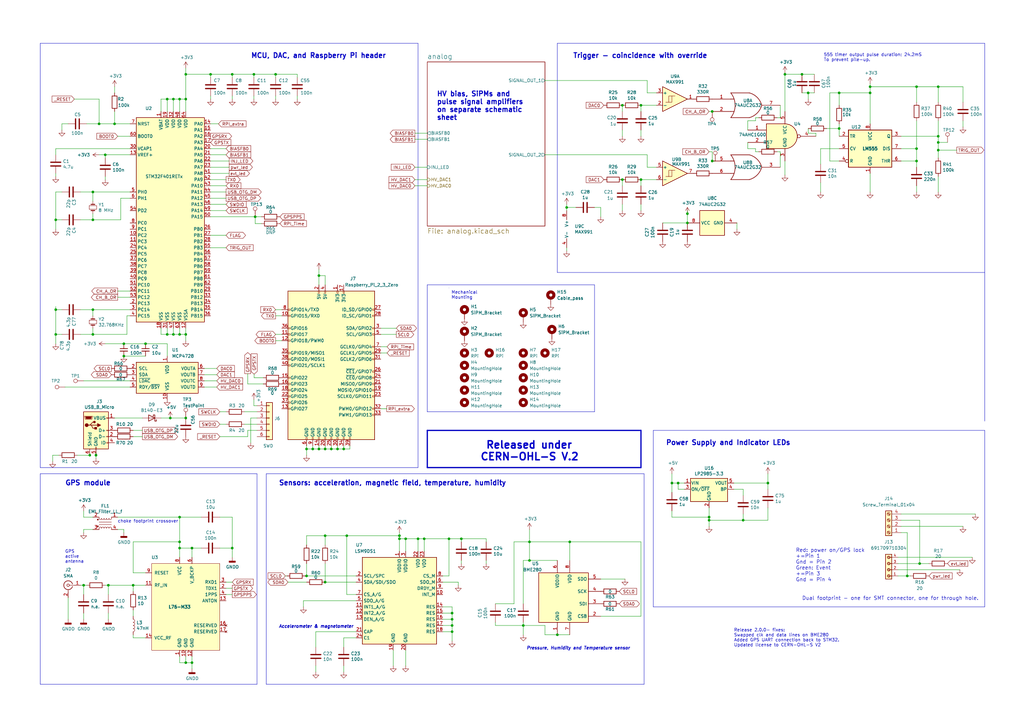
<source format=kicad_sch>
(kicad_sch (version 20230121) (generator eeschema)
  (paper "A3")
  (title_block (title "Cosmic Pi") (rev "1.8") (company "Cosmic Pi Project"))
  (junction (at 217.17 229.87))
  (junction (at 71.12 40.64))
  (junction (at 22.86 90.17))
  (junction (at 104.14 30.48))
  (junction (at 34.29 240.03))
  (junction (at 356.87 35.56))
  (junction (at 76.2 40.64))
  (junction (at 142.24 219.71))
  (junction (at 68.58 137.16))
  (junction (at 76.2 30.48))
  (junction (at 73.66 212.09))
  (junction (at 73.66 137.16))
  (junction (at 54.61 240.03))
  (junction (at 281.94 91.44))
  (junction (at 38.1 90.17))
  (junction (at 125.73 184.15))
  (junction (at 22.86 137.16))
  (junction (at 140.97 184.15))
  (junction (at 275.59 198.12))
  (junction (at 304.8 213.36))
  (junction (at 189.23 220.98))
  (junction (at 171.45 220.98))
  (junction (at 43.18 63.5))
  (junction (at 69.85 171.45))
  (junction (at 76.2 137.16))
  (junction (at 133.35 219.71))
  (junction (at 232.41 85.09))
  (junction (at 95.25 30.48))
  (junction (at 375.92 60.96))
  (junction (at 73.66 40.64))
  (junction (at 278.13 198.12))
  (junction (at 331.47 38.1))
  (junction (at 185.42 254))
  (junction (at 173.99 220.98))
  (junction (at 39.37 186.69))
  (junction (at 22.86 127))
  (junction (at 44.45 240.03))
  (junction (at 233.68 222.25))
  (junction (at 262.89 43.18))
  (junction (at 38.1 127))
  (junction (at 138.43 184.15))
  (junction (at 133.35 184.15))
  (junction (at 328.93 30.48))
  (junction (at 217.17 222.25))
  (junction (at 163.83 220.98))
  (junction (at 104.648 88.9))
  (junction (at 384.81 35.56))
  (junction (at 166.37 220.98))
  (junction (at 73.66 222.25))
  (junction (at 68.58 40.64))
  (junction (at 185.42 251.46))
  (junction (at 50.8 146.05))
  (junction (at 292.1 45.72))
  (junction (at 86.36 30.48))
  (junction (at 128.27 184.15))
  (junction (at 76.2 271.78))
  (junction (at 290.83 213.36))
  (junction (at 133.35 238.76))
  (junction (at 50.8 140.97))
  (junction (at 356.87 38.1))
  (junction (at 130.81 184.15))
  (junction (at 130.81 113.03))
  (junction (at 344.17 38.1))
  (junction (at 78.74 271.78))
  (junction (at 228.6 260.35))
  (junction (at 384.81 55.88))
  (junction (at 135.89 184.15))
  (junction (at 125.73 236.22))
  (junction (at 384.81 61.5696))
  (junction (at 384.81 58.42))
  (junction (at 262.89 73.66))
  (junction (at 46.99 50.8))
  (junction (at 281.94 87.63))
  (junction (at 185.42 256.54))
  (junction (at 59.69 140.97))
  (junction (at 375.92 35.56))
  (junction (at 38.1 78.74))
  (junction (at 292.1 66.04))
  (junction (at 214.63 256.54))
  (junction (at 255.27 43.18))
  (junction (at 372.11 236.22))
  (junction (at 76.2 171.45))
  (junction (at 184.15 220.98))
  (junction (at 36.83 186.69))
  (junction (at 377.19 231.14))
  (junction (at 38.1 137.16))
  (junction (at 314.96 198.12))
  (junction (at 71.12 137.16))
  (junction (at 73.66 224.79))
  (junction (at 344.17 52.705))
  (junction (at 113.03 30.48))
  (junction (at 321.945 30.48))
  (junction (at 375.92 66.04))
  (junction (at 95.25 224.79))
  (junction (at 185.42 259.08))
  (junction (at 163.83 219.71))
  (junction (at 78.74 224.79))
  (junction (at 40.64 50.8))
  (junction (at 290.83 212.09))
  (junction (at 255.27 73.66))
  (wire (pts (xy 113.03 30.48) (xy 121.92 30.48)))
  (wire (pts (xy 170.18 76.2) (xy 175.26 76.2)))
  (wire (pts (xy 76.2 30.48) (xy 76.2 40.64)))
  (wire (pts (xy 203.2 256.54) (xy 214.63 256.54)))
  (wire (pts (xy 33.02 78.74) (xy 38.1 78.74)))
  (wire (pts (xy 306.705 60.96) (xy 306.705 58.42)))
  (wire (pts (xy 181.61 256.54) (xy 185.42 256.54)))
  (wire (pts (xy 146.05 243.84) (xy 142.24 243.84)))
  (wire (pts (xy 255.27 43.18) (xy 255.27 45.72)))
  (polyline (pts (xy 403.86 248.92) (xy 403.86 176.53)))
  (wire (pts (xy 22.86 93.98) (xy 22.86 90.17)))
  (wire (pts (xy 44.45 254) (xy 44.45 251.46)))
  (wire (pts (xy 328.93 38.1) (xy 331.47 38.1)))
  (wire (pts (xy 86.36 88.9) (xy 104.648 88.9)))
  (polyline (pts (xy 264.16 280.67) (xy 264.16 194.31)))
  (wire (pts (xy 133.35 182.88) (xy 133.35 184.15)))
  (wire (pts (xy 290.83 212.09) (xy 290.83 208.28)))
  (wire (pts (xy 368.3 236.22) (xy 372.11 236.22)))
  (wire (pts (xy 321.945 30.48) (xy 328.93 30.48)))
  (wire (pts (xy 54.61 260.35) (xy 54.61 261.62)))
  (wire (pts (xy 384.81 58.42) (xy 384.81 61.5696)))
  (wire (pts (xy 31.75 186.69) (xy 36.83 186.69)))
  (wire (pts (xy 27.94 50.8) (xy 25.4 50.8)))
  (wire (pts (xy 384.81 61.5696) (xy 392.43 61.5696)))
  (wire (pts (xy 375.92 66.04) (xy 375.92 68.58)))
  (wire (pts (xy 384.81 72.39) (xy 384.81 78.74)))
  (wire (pts (xy 138.43 184.15) (xy 140.97 184.15)))
  (wire (pts (xy 130.81 110.49) (xy 130.81 113.03)))
  (wire (pts (xy 22.86 60.96) (xy 53.34 60.96)))
  (wire (pts (xy 336.55 74.93) (xy 336.55 78.74)))
  (wire (pts (xy 135.89 182.88) (xy 135.89 184.15)))
  (wire (pts (xy 181.61 248.92) (xy 185.42 248.92)))
  (polyline (pts (xy 403.86 176.53) (xy 267.97 176.53)))
  (wire (pts (xy 105.41 168.91) (xy 100.33 168.91)))
  (wire (pts (xy 90.17 212.09) (xy 95.25 212.09)))
  (wire (pts (xy 104.14 30.48) (xy 113.03 30.48)))
  (wire (pts (xy 163.83 220.98) (xy 166.37 220.98)))
  (wire (pts (xy 173.99 220.98) (xy 173.99 226.06)))
  (wire (pts (xy 309.88 49.53) (xy 306.705 49.53)))
  (wire (pts (xy 331.47 38.1) (xy 331.47 40.64)))
  (wire (pts (xy 262.89 73.66) (xy 269.24 73.66)))
  (wire (pts (xy 90.17 179.07) (xy 101.6 179.07)))
  (wire (pts (xy 86.36 66.04) (xy 93.98 66.04)))
  (wire (pts (xy 236.22 85.09) (xy 232.41 85.09)))
  (wire (pts (xy 356.87 35.56) (xy 375.92 35.56)))
  (wire (pts (xy 203.2 255.27) (xy 203.2 256.54)))
  (wire (pts (xy 115.57 139.7) (xy 113.03 139.7)))
  (wire (pts (xy 384.81 55.88) (xy 384.81 58.42)))
  (wire (pts (xy 217.17 217.17) (xy 217.17 222.25)))
  (wire (pts (xy 95.25 224.79) (xy 95.25 228.6)))
  (wire (pts (xy 232.41 85.09) (xy 232.41 83.82)))
  (wire (pts (xy 125.73 182.88) (xy 125.73 184.15)))
  (polyline (pts (xy 262.89 191.77) (xy 262.89 176.53)) (stroke (width 0.508) (type solid)))
  (wire (pts (xy 50.8 217.17) (xy 50.8 218.44)))
  (wire (pts (xy 232.41 101.6) (xy 232.41 102.87)))
  (wire (pts (xy 142.24 219.71) (xy 163.83 219.71)))
  (wire (pts (xy 262.89 45.72) (xy 262.89 43.18)))
  (wire (pts (xy 199.39 220.98) (xy 199.39 222.25)))
  (wire (pts (xy 25.4 50.8) (xy 25.4 53.34)))
  (wire (pts (xy 48.26 121.92) (xy 53.34 121.92)))
  (wire (pts (xy 181.61 251.46) (xy 185.42 251.46)))
  (wire (pts (xy 76.2 139.7) (xy 76.2 137.16)))
  (wire (pts (xy 262.89 43.18) (xy 269.24 43.18)))
  (wire (pts (xy 66.04 137.16) (xy 68.58 137.16)))
  (polyline (pts (xy 262.89 176.53) (xy 175.26 176.53)) (stroke (width 0.508) (type solid)))
  (wire (pts (xy 223.52 256.54) (xy 223.52 260.35)))
  (wire (pts (xy 78.74 274.32) (xy 78.74 271.78)))
  (wire (pts (xy 125.73 184.15) (xy 125.73 186.69)))
  (wire (pts (xy 78.74 228.6) (xy 78.74 224.79)))
  (wire (pts (xy 125.73 219.71) (xy 125.73 223.52)))
  (wire (pts (xy 375.92 66.04) (xy 369.57 66.04)))
  (wire (pts (xy 275.59 212.09) (xy 290.83 212.09)))
  (wire (pts (xy 143.51 184.15) (xy 143.51 182.88)))
  (polyline (pts (xy 16.51 191.77) (xy 16.51 17.78)))
  (wire (pts (xy 170.18 68.58) (xy 175.26 68.58)))
  (wire (pts (xy 125.73 236.22) (xy 146.05 236.22)))
  (wire (pts (xy 375.92 60.96) (xy 375.92 66.04)))
  (wire (pts (xy 184.15 220.98) (xy 189.23 220.98)))
  (polyline (pts (xy 243.84 168.91) (xy 243.84 116.84)))
  (wire (pts (xy 339.09 52.705) (xy 344.17 52.705)))
  (wire (pts (xy 22.86 127) (xy 25.4 127)))
  (wire (pts (xy 38.1 78.74) (xy 53.34 78.74)))
  (wire (pts (xy 104.2162 154.94) (xy 107.95 154.94)))
  (wire (pts (xy 214.63 229.87) (xy 214.63 247.65)))
  (wire (pts (xy 214.63 229.87) (xy 217.17 229.87)))
  (wire (pts (xy 384.81 55.88) (xy 384.81 49.53)))
  (wire (pts (xy 232.41 85.09) (xy 232.41 86.36)))
  (wire (pts (xy 68.58 140.97) (xy 68.58 146.05)))
  (wire (pts (xy 101.6 179.07) (xy 101.6 176.53)))
  (wire (pts (xy 163.83 218.44) (xy 163.83 219.71)))
  (wire (pts (xy 185.42 248.92) (xy 185.42 251.46)))
  (wire (pts (xy 255.27 76.2) (xy 255.27 73.66)))
  (wire (pts (xy 133.35 231.14) (xy 133.35 238.76)))
  (wire (pts (xy 223.52 33.02) (xy 265.43 33.02)))
  (wire (pts (xy 92.71 173.99) (xy 90.17 173.99)))
  (wire (pts (xy 290.83 45.72) (xy 292.1 45.72)))
  (wire (pts (xy 83.82 151.13) (xy 88.9 151.13)))
  (wire (pts (xy 43.18 63.5) (xy 53.34 63.5)))
  (wire (pts (xy 33.02 240.03) (xy 34.29 240.03)))
  (wire (pts (xy 49.53 90.17) (xy 49.53 81.28)))
  (wire (pts (xy 71.12 40.64) (xy 73.66 40.64)))
  (wire (pts (xy 163.83 220.98) (xy 163.83 226.06)))
  (wire (pts (xy 369.57 210.82) (xy 400.05 210.82)))
  (wire (pts (xy 369.57 55.88) (xy 384.81 55.88)))
  (wire (pts (xy 340.36 38.1) (xy 344.17 38.1)))
  (polyline (pts (xy 403.86 172.72) (xy 403.86 17.78)))
  (wire (pts (xy 162.56 134.62) (xy 156.21 134.62)))
  (wire (pts (xy 71.12 134.62) (xy 71.12 137.16)))
  (wire (pts (xy 69.85 171.45) (xy 76.2 171.45)))
  (wire (pts (xy 292.1 62.23) (xy 292.1 66.04)))
  (wire (pts (xy 104.2162 154.94) (xy 104.2162 153.4668)))
  (wire (pts (xy 107.188 91.694) (xy 104.648 91.694)))
  (wire (pts (xy 384.81 35.56) (xy 394.97 35.56)))
  (polyline (pts (xy 171.45 17.78) (xy 171.45 191.77)))
  (wire (pts (xy 125.222 236.22) (xy 125.73 236.22)))
  (wire (pts (xy 156.21 142.24) (xy 158.75 142.24)))
  (wire (pts (xy 44.45 240.03) (xy 54.61 240.03)))
  (wire (pts (xy 255.27 83.82) (xy 255.27 86.36)))
  (wire (pts (xy 76.2 45.72) (xy 76.2 40.64)))
  (wire (pts (xy 181.61 238.76) (xy 187.96 238.76)))
  (wire (pts (xy 46.99 50.8) (xy 53.34 50.8)))
  (wire (pts (xy 33.02 137.16) (xy 38.1 137.16)))
  (wire (pts (xy 48.26 212.09) (xy 73.66 212.09)))
  (wire (pts (xy 86.36 40.64) (xy 86.36 39.37)))
  (wire (pts (xy 66.04 45.72) (xy 66.04 40.64)))
  (wire (pts (xy 73.66 222.25) (xy 73.66 224.79)))
  (wire (pts (xy 328.93 30.48) (xy 334.01 30.48)))
  (wire (pts (xy 138.43 182.88) (xy 138.43 184.15)))
  (wire (pts (xy 210.82 222.25) (xy 217.17 222.25)))
  (polyline (pts (xy 267.97 176.53) (xy 267.97 248.92)))
  (wire (pts (xy 33.02 127) (xy 38.1 127)))
  (wire (pts (xy 334.645 55.88) (xy 334.645 54.61)))
  (wire (pts (xy 185.42 256.54) (xy 185.42 259.08)))
  (wire (pts (xy 146.05 261.62) (xy 140.97 261.62)))
  (wire (pts (xy 95.25 31.75) (xy 95.25 30.48)))
  (wire (pts (xy 39.37 186.69) (xy 39.37 187.96)))
  (wire (pts (xy 73.66 40.64) (xy 76.2 40.64)))
  (wire (pts (xy 34.29 251.46) (xy 34.29 254)))
  (wire (pts (xy 129.54 273.05) (xy 129.54 275.59)))
  (wire (pts (xy 27.94 245.11) (xy 27.94 254)))
  (wire (pts (xy 39.37 185.42) (xy 39.37 186.69)))
  (wire (pts (xy 86.36 86.36) (xy 92.71 86.36)))
  (wire (pts (xy 223.52 63.5) (xy 265.43 63.5)))
  (wire (pts (xy 306.705 49.53) (xy 306.705 53.34)))
  (wire (pts (xy 43.18 240.03) (xy 44.45 240.03)))
  (wire (pts (xy 185.42 259.08) (xy 185.42 262.89)))
  (wire (pts (xy 86.36 73.66) (xy 92.71 73.66)))
  (wire (pts (xy 54.61 240.03) (xy 59.69 240.03)))
  (wire (pts (xy 321.945 30.48) (xy 321.945 45.72)))
  (wire (pts (xy 133.35 219.71) (xy 125.73 219.71)))
  (wire (pts (xy 86.36 30.48) (xy 95.25 30.48)))
  (polyline (pts (xy 109.22 194.31) (xy 109.22 280.67)))
  (polyline (pts (xy 175.26 191.77) (xy 262.89 191.77)) (stroke (width 0.508) (type solid)))
  (wire (pts (xy 54.61 176.53) (xy 58.42 176.53)))
  (wire (pts (xy 344.17 50.8) (xy 344.17 52.705)))
  (wire (pts (xy 217.17 222.25) (xy 233.68 222.25)))
  (wire (pts (xy 265.43 68.58) (xy 269.24 68.58)))
  (wire (pts (xy 214.63 256.54) (xy 223.52 256.54)))
  (wire (pts (xy 102.87 171.45) (xy 102.87 181.61)))
  (wire (pts (xy 175.26 54.61) (xy 170.18 54.61)))
  (wire (pts (xy 246.38 237.49) (xy 256.3368 237.49)))
  (wire (pts (xy 304.8 213.36) (xy 314.96 213.36)))
  (wire (pts (xy 73.66 224.79) (xy 73.66 228.6)))
  (wire (pts (xy 86.36 50.8) (xy 89.6112 50.8)))
  (wire (pts (xy 86.36 31.75) (xy 86.36 30.48)))
  (wire (pts (xy 78.74 271.78) (xy 78.74 269.24)))
  (wire (pts (xy 140.97 184.15) (xy 143.51 184.15)))
  (wire (pts (xy 92.71 78.74) (xy 86.36 78.74)))
  (wire (pts (xy 125.73 184.15) (xy 128.27 184.15)))
  (wire (pts (xy 38.1 137.16) (xy 38.1 134.62)))
  (wire (pts (xy 142.24 243.84) (xy 142.24 219.71)))
  (wire (pts (xy 309.88 62.23) (xy 309.88 60.96)))
  (wire (pts (xy 73.66 212.09) (xy 73.66 222.25)))
  (wire (pts (xy 290.83 62.23) (xy 292.1 62.23)))
  (wire (pts (xy 255.27 53.34) (xy 255.27 55.88)))
  (wire (pts (xy 104.14 31.75) (xy 104.14 30.48)))
  (wire (pts (xy 86.36 96.52) (xy 92.71 96.52)))
  (wire (pts (xy 129.54 259.08) (xy 129.54 265.43)))
  (wire (pts (xy 40.64 63.5) (xy 43.18 63.5)))
  (wire (pts (xy 76.2 271.78) (xy 78.74 271.78)))
  (wire (pts (xy 54.61 250.19) (xy 54.61 252.73)))
  (polyline (pts (xy 175.26 168.91) (xy 175.26 116.84)))
  (wire (pts (xy 38.1 129.54) (xy 38.1 127)))
  (polyline (pts (xy 228.6 111.76) (xy 403.86 111.76)))
  (wire (pts (xy 375.92 35.56) (xy 375.92 41.91)))
  (wire (pts (xy 372.11 218.44) (xy 372.11 236.22)))
  (wire (pts (xy 52.07 137.16) (xy 52.07 129.54)))
  (wire (pts (xy 228.6 260.35) (xy 233.68 260.35)))
  (wire (pts (xy 24.13 186.69) (xy 21.59 186.69)))
  (wire (pts (xy 265.43 33.02) (xy 265.43 38.1)))
  (wire (pts (xy 104.14 40.64) (xy 104.14 39.37)))
  (wire (pts (xy 184.15 236.22) (xy 184.15 220.98)))
  (polyline (pts (xy 175.26 116.84) (xy 243.84 116.84)))
  (wire (pts (xy 71.12 45.72) (xy 71.12 40.64)))
  (wire (pts (xy 40.64 40.64) (xy 40.64 50.8)))
  (wire (pts (xy 146.05 259.08) (xy 129.54 259.08)))
  (polyline (pts (xy 175.26 176.53) (xy 175.26 191.77)) (stroke (width 0.508) (type solid)))
  (wire (pts (xy 83.82 158.75) (xy 88.9 158.75)))
  (wire (pts (xy 161.29 266.7) (xy 161.29 273.05)))
  (wire (pts (xy 46.99 38.1) (xy 46.99 35.56)))
  (wire (pts (xy 173.99 220.98) (xy 184.15 220.98)))
  (polyline (pts (xy 228.6 111.76) (xy 228.6 17.78)))
  (wire (pts (xy 22.86 60.96) (xy 22.86 63.5)))
  (wire (pts (xy 375.92 60.96) (xy 375.92 49.53)))
  (wire (pts (xy 92.71 243.84) (xy 95.25 243.84)))
  (wire (pts (xy 309.88 48.26) (xy 311.15 48.26)))
  (wire (pts (xy 76.2 27.94) (xy 76.2 30.48)))
  (wire (pts (xy 92.71 168.91) (xy 90.17 168.91)))
  (wire (pts (xy 217.17 229.87) (xy 228.6 229.87)))
  (wire (pts (xy 44.45 243.84) (xy 44.45 240.03)))
  (wire (pts (xy 369.57 215.9) (xy 394.97 215.9)))
  (polyline (pts (xy 16.51 280.67) (xy 105.41 280.67)))
  (wire (pts (xy 82.55 212.09) (xy 73.66 212.09)))
  (wire (pts (xy 90.17 224.79) (xy 95.25 224.79)))
  (wire (pts (xy 140.97 182.88) (xy 140.97 184.15)))
  (wire (pts (xy 320.04 62.23) (xy 318.77 62.23)))
  (wire (pts (xy 300.99 198.12) (xy 314.96 198.12)))
  (wire (pts (xy 30.48 40.64) (xy 40.64 40.64)))
  (wire (pts (xy 92.71 60.96) (xy 86.36 60.96)))
  (wire (pts (xy 320.04 68.58) (xy 320.04 62.23)))
  (wire (pts (xy 130.81 184.15) (xy 133.35 184.15)))
  (wire (pts (xy 113.03 137.16) (xy 115.57 137.16)))
  (wire (pts (xy 262.89 83.82) (xy 262.89 86.36)))
  (wire (pts (xy 40.64 50.8) (xy 46.99 50.8)))
  (wire (pts (xy 321.945 66.04) (xy 321.945 71.755)))
  (wire (pts (xy 166.37 226.06) (xy 166.37 220.98)))
  (wire (pts (xy 86.36 101.6) (xy 92.71 101.6)))
  (wire (pts (xy 369.57 60.96) (xy 375.92 60.96)))
  (wire (pts (xy 189.23 222.25) (xy 189.23 220.98)))
  (wire (pts (xy 290.83 213.36) (xy 290.83 215.9)))
  (wire (pts (xy 331.47 52.705) (xy 331.47 54.61)))
  (wire (pts (xy 66.04 40.64) (xy 68.58 40.64)))
  (wire (pts (xy 125.73 231.14) (xy 125.73 236.22)))
  (wire (pts (xy 334.645 54.61) (xy 331.47 54.61)))
  (wire (pts (xy 146.05 246.38) (xy 124.46 246.38)))
  (wire (pts (xy 344.17 38.1) (xy 356.87 38.1)))
  (wire (pts (xy 130.81 113.03) (xy 130.81 116.84)))
  (wire (pts (xy 314.96 213.36) (xy 314.96 208.28)))
  (wire (pts (xy 34.29 217.17) (xy 34.29 218.44)))
  (wire (pts (xy 275.59 201.93) (xy 275.59 198.12)))
  (wire (pts (xy 86.36 76.2) (xy 92.71 76.2)))
  (wire (pts (xy 304.8 200.66) (xy 304.8 203.2)))
  (wire (pts (xy 33.02 90.17) (xy 38.1 90.17)))
  (wire (pts (xy 34.29 156.21) (xy 53.34 156.21)))
  (wire (pts (xy 265.43 38.1) (xy 269.24 38.1)))
  (wire (pts (xy 76.2 137.16) (xy 76.2 134.62)))
  (wire (pts (xy 278.13 198.12) (xy 275.59 198.12)))
  (wire (pts (xy 262.89 76.2) (xy 262.89 73.66)))
  (wire (pts (xy 82.55 224.79) (xy 78.74 224.79)))
  (wire (pts (xy 50.8 146.05) (xy 59.69 146.05)))
  (wire (pts (xy 140.97 275.59) (xy 140.97 273.05)))
  (wire (pts (xy 78.74 224.79) (xy 73.66 224.79)))
  (wire (pts (xy 166.37 266.7) (xy 166.37 273.05)))
  (wire (pts (xy 68.58 137.16) (xy 71.12 137.16)))
  (wire (pts (xy 22.86 90.17) (xy 22.86 78.74)))
  (wire (pts (xy 156.21 144.78) (xy 158.75 144.78)))
  (wire (pts (xy 22.86 78.74) (xy 25.4 78.74)))
  (wire (pts (xy 210.82 247.65) (xy 210.82 222.25)))
  (wire (pts (xy 290.83 212.09) (xy 290.83 213.36)))
  (wire (pts (xy 281.94 86.36) (xy 281.94 87.63)))
  (wire (pts (xy 124.46 246.38) (xy 124.46 248.92)))
  (wire (pts (xy 368.3 228.6) (xy 398.78 228.6)))
  (wire (pts (xy 321.945 29.845) (xy 321.945 30.48)))
  (wire (pts (xy 368.3 233.68) (xy 393.7 233.68)))
  (wire (pts (xy 36.83 186.69) (xy 36.83 185.42)))
  (wire (pts (xy 290.83 213.36) (xy 304.8 213.36)))
  (wire (pts (xy 50.8 140.97) (xy 59.69 140.97)))
  (wire (pts (xy 156.21 167.64) (xy 158.6484 167.64)))
  (polyline (pts (xy 267.97 248.92) (xy 403.86 248.92)))
  (wire (pts (xy 246.38 252.73) (xy 262.89 252.73)))
  (wire (pts (xy 394.97 49.53) (xy 394.97 52.07)))
  (polyline (pts (xy 175.26 168.91) (xy 243.84 168.91)))
  (wire (pts (xy 130.81 113.03) (xy 133.35 113.03)))
  (wire (pts (xy 384.81 61.5696) (xy 384.81 64.77)))
  (wire (pts (xy 95.25 212.09) (xy 95.25 224.79)))
  (wire (pts (xy 271.78 91.44) (xy 281.94 91.44)))
  (wire (pts (xy 265.43 63.5) (xy 265.43 68.58)))
  (wire (pts (xy 86.36 83.82) (xy 92.71 83.82)))
  (wire (pts (xy 185.42 254) (xy 185.42 256.54)))
  (wire (pts (xy 356.87 38.1) (xy 356.87 50.8)))
  (wire (pts (xy 105.41 171.45) (xy 102.87 171.45)))
  (wire (pts (xy 292.1 66.04) (xy 293.37 66.04)))
  (wire (pts (xy 309.88 60.96) (xy 306.705 60.96)))
  (wire (pts (xy 34.29 212.09) (xy 34.29 209.55)))
  (wire (pts (xy 43.18 63.5) (xy 43.18 64.77)))
  (wire (pts (xy 262.89 222.25) (xy 262.89 252.73)))
  (wire (pts (xy 104.648 91.694) (xy 104.648 88.9)))
  (wire (pts (xy 262.89 53.34) (xy 262.89 55.88)))
  (wire (pts (xy 233.68 222.25) (xy 262.89 222.25)))
  (wire (pts (xy 43.18 140.97) (xy 50.8 140.97)))
  (wire (pts (xy 171.45 226.06) (xy 171.45 220.98)))
  (wire (pts (xy 318.77 48.26) (xy 320.04 48.26)))
  (wire (pts (xy 170.18 73.66) (xy 175.26 73.66)))
  (wire (pts (xy 66.04 171.45) (xy 69.85 171.45)))
  (polyline (pts (xy 171.45 191.77) (xy 16.51 191.77)))
  (wire (pts (xy 377.19 231.14) (xy 381 231.14)))
  (wire (pts (xy 38.1 90.17) (xy 38.1 87.63)))
  (wire (pts (xy 59.69 261.62) (xy 54.61 261.62)))
  (wire (pts (xy 214.63 256.54) (xy 214.63 260.35)))
  (wire (pts (xy 73.66 271.78) (xy 73.66 269.24)))
  (wire (pts (xy 22.86 137.16) (xy 22.86 127)))
  (wire (pts (xy 121.92 31.75) (xy 121.92 30.48)))
  (wire (pts (xy 181.61 236.22) (xy 184.15 236.22)))
  (wire (pts (xy 121.92 40.64) (xy 121.92 39.37)))
  (wire (pts (xy 38.1 137.16) (xy 52.07 137.16)))
  (wire (pts (xy 92.71 81.28) (xy 86.36 81.28)))
  (wire (pts (xy 48.26 217.17) (xy 50.8 217.17)))
  (wire (pts (xy 49.53 81.28) (xy 53.34 81.28)))
  (wire (pts (xy 275.59 209.55) (xy 275.59 212.09)))
  (wire (pts (xy 46.99 45.72) (xy 46.99 50.8)))
  (wire (pts (xy 83.82 156.21) (xy 88.9 156.21)))
  (wire (pts (xy 331.47 38.1) (xy 334.01 38.1)))
  (wire (pts (xy 22.86 71.12) (xy 22.86 72.39)))
  (wire (pts (xy 52.07 129.54) (xy 53.34 129.54)))
  (wire (pts (xy 46.99 171.45) (xy 58.42 171.45)))
  (wire (pts (xy 384.81 35.56) (xy 384.81 41.91)))
  (wire (pts (xy 311.15 62.23) (xy 309.88 62.23)))
  (wire (pts (xy 54.61 222.25) (xy 54.61 234.95)))
  (wire (pts (xy 372.11 236.22) (xy 373.38 236.22)))
  (polyline (pts (xy 105.41 280.67) (xy 105.41 194.31)))
  (wire (pts (xy 43.18 73.66) (xy 43.18 72.39)))
  (wire (pts (xy 356.87 71.12) (xy 356.87 78.74)))
  (wire (pts (xy 48.26 55.88) (xy 53.34 55.88)))
  (wire (pts (xy 246.38 85.09) (xy 246.38 88.9)))
  (wire (pts (xy 105.41 173.99) (xy 100.33 173.99)))
  (wire (pts (xy 133.35 184.15) (xy 135.89 184.15)))
  (wire (pts (xy 59.69 140.97) (xy 68.58 140.97)))
  (wire (pts (xy 163.83 219.71) (xy 163.83 220.98)))
  (wire (pts (xy 101.6 157.48) (xy 107.95 157.48)))
  (polyline (pts (xy 228.6 17.78) (xy 403.86 17.78)))
  (wire (pts (xy 95.25 30.48) (xy 104.14 30.48)))
  (wire (pts (xy 336.55 60.96) (xy 336.55 67.31)))
  (wire (pts (xy 117.0432 236.22) (xy 117.602 236.22)))
  (wire (pts (xy 22.86 140.97) (xy 22.86 137.16)))
  (wire (pts (xy 187.96 238.76) (xy 187.96 240.03)))
  (wire (pts (xy 171.45 220.98) (xy 173.99 220.98)))
  (wire (pts (xy 93.98 71.12) (xy 86.36 71.12)))
  (wire (pts (xy 133.35 219.71) (xy 142.24 219.71)))
  (wire (pts (xy 73.66 222.25) (xy 54.61 222.25)))
  (wire (pts (xy 128.27 184.15) (xy 130.81 184.15)))
  (wire (pts (xy 86.36 68.58) (xy 93.98 68.58)))
  (wire (pts (xy 38.1 217.17) (xy 34.29 217.17)))
  (wire (pts (xy 217.17 222.25) (xy 217.17 229.87)))
  (wire (pts (xy 73.66 134.62) (xy 73.66 137.16)))
  (wire (pts (xy 320.04 43.18) (xy 320.04 48.26)))
  (wire (pts (xy 340.36 66.04) (xy 340.36 38.1)))
  (wire (pts (xy 181.61 254) (xy 185.42 254)))
  (wire (pts (xy 302.26 91.44) (xy 302.26 93.98)))
  (wire (pts (xy 38.1 127) (xy 53.34 127)))
  (wire (pts (xy 223.52 260.35) (xy 228.6 260.35)))
  (wire (pts (xy 275.59 194.31) (xy 275.59 198.12)))
  (wire (pts (xy 214.63 255.27) (xy 214.63 256.54)))
  (wire (pts (xy 35.56 50.8) (xy 40.64 50.8)))
  (polyline (pts (xy 16.51 194.31) (xy 16.51 280.67)))
  (wire (pts (xy 166.37 220.98) (xy 171.45 220.98)))
  (wire (pts (xy 133.35 113.03) (xy 133.35 116.84)))
  (wire (pts (xy 73.66 137.16) (xy 76.2 137.16)))
  (wire (pts (xy 48.26 119.38) (xy 53.34 119.38)))
  (wire (pts (xy 38.1 90.17) (xy 49.53 90.17)))
  (wire (pts (xy 92.71 63.5) (xy 86.36 63.5)))
  (wire (pts (xy 71.12 137.16) (xy 73.66 137.16)))
  (wire (pts (xy 133.35 223.52) (xy 133.35 219.71)))
  (wire (pts (xy 113.03 40.64) (xy 113.03 39.37)))
  (wire (pts (xy 344.17 38.1) (xy 344.17 43.18)))
  (wire (pts (xy 356.87 34.29) (xy 356.87 35.56)))
  (wire (pts (xy 344.17 60.96) (xy 336.55 60.96)))
  (wire (pts (xy 101.6 176.53) (xy 105.41 176.53)))
  (wire (pts (xy 34.29 240.03) (xy 34.29 243.84)))
  (wire (pts (xy 92.71 238.76) (xy 95.25 238.76)))
  (wire (pts (xy 175.26 57.15) (xy 170.18 57.15)))
  (wire (pts (xy 344.17 66.04) (xy 340.36 66.04)))
  (wire (pts (xy 314.96 198.12) (xy 314.96 200.66)))
  (wire (pts (xy 68.58 45.72) (xy 68.58 40.64)))
  (wire (pts (xy 377.19 213.36) (xy 377.19 231.14)))
  (wire (pts (xy 369.57 213.36) (xy 377.19 213.36)))
  (wire (pts (xy 118.11 238.76) (xy 125.73 238.76)))
  (wire (pts (xy 66.04 134.62) (xy 66.04 137.16)))
  (wire (pts (xy 300.99 200.66) (xy 304.8 200.66)))
  (wire (pts (xy 135.89 184.15) (xy 138.43 184.15)))
  (polyline (pts (xy 105.41 194.31) (xy 16.51 194.31)))
  (wire (pts (xy 68.58 134.62) (xy 68.58 137.16)))
  (wire (pts (xy 281.94 87.63) (xy 281.94 91.44)))
  (wire (pts (xy 54.61 240.03) (xy 54.61 242.57)))
  (wire (pts (xy 185.42 251.46) (xy 185.42 254)))
  (wire (pts (xy 304.8 210.82) (xy 304.8 213.36)))
  (wire (pts (xy 189.23 231.14) (xy 189.23 229.87)))
  (polyline (pts (xy 109.22 280.67) (xy 264.16 280.67)))
  (wire (pts (xy 101.6 153.2382) (xy 101.6 157.48)))
  (wire (pts (xy 105.41 166.37) (xy 104.14 166.37)))
  (wire (pts (xy 76.2 271.78) (xy 76.2 269.24)))
  (wire (pts (xy 203.2 247.65) (xy 210.82 247.65)))
  (wire (pts (xy 73.66 271.78) (xy 76.2 271.78)))
  (polyline (pts (xy 109.22 194.31) (xy 264.16 194.31)))
  (wire (pts (xy 368.3 231.14) (xy 377.19 231.14)))
  (wire (pts (xy 280.67 200.66) (xy 278.13 200.66)))
  (wire (pts (xy 394.97 35.56) (xy 394.97 41.91)))
  (wire (pts (xy 133.35 238.76) (xy 146.05 238.76)))
  (wire (pts (xy 369.57 218.44) (xy 372.11 218.44)))
  (wire (pts (xy 181.61 259.08) (xy 185.42 259.08)))
  (wire (pts (xy 113.03 127) (xy 115.57 127)))
  (wire (pts (xy 38.1 78.74) (xy 38.1 82.55)))
  (wire (pts (xy 21.59 186.69) (xy 21.59 189.23)))
  (wire (pts (xy 140.97 261.62) (xy 140.97 265.43)))
  (wire (pts (xy 344.17 52.705) (xy 344.17 55.88)))
  (polyline (pts (xy 16.51 17.78) (xy 171.45 17.78)))
  (wire (pts (xy 356.87 38.1) (xy 356.87 35.56)))
  (wire (pts (xy 95.25 40.64) (xy 95.25 39.37)))
  (wire (pts (xy 86.36 30.48) (xy 76.2 30.48)))
  (wire (pts (xy 104.648 88.9) (xy 107.188 88.9)))
  (wire (pts (xy 92.71 241.3) (xy 95.25 241.3)))
  (wire (pts (xy 34.29 240.03) (xy 35.56 240.03)))
  (wire (pts (xy 38.1 212.09) (xy 34.29 212.09)))
  (wire (pts (xy 26.67 158.75) (xy 53.34 158.75)))
  (wire (pts (xy 54.61 179.07) (xy 58.42 179.07)))
  (wire (pts (xy 54.61 234.95) (xy 59.69 234.95)))
  (wire (pts (xy 104.14 163.83) (xy 104.14 166.37)))
  (wire (pts (xy 199.39 231.14) (xy 199.39 229.87)))
  (wire (pts (xy 309.88 48.26) (xy 309.88 49.53)))
  (wire (pts (xy 384.81 35.56) (xy 375.92 35.56)))
  (wire (pts (xy 68.58 40.64) (xy 71.12 40.64)))
  (wire (pts (xy 83.82 153.67) (xy 88.9 153.67)))
  (wire (pts (xy 73.66 45.72) (xy 73.66 40.64)))
  (wire (pts (xy 130.81 182.88) (xy 130.81 184.15)))
  (wire (pts (xy 243.84 85.09) (xy 246.38 85.09)))
  (wire (pts (xy 113.03 129.54) (xy 115.57 129.54)))
  (wire (pts (xy 113.03 31.75) (xy 113.03 30.48)))
  (wire (pts (xy 25.4 90.17) (xy 22.86 90.17)))
  (wire (pts (xy 189.23 220.98) (xy 199.39 220.98)))
  (wire (pts (xy 384.81 58.42) (xy 388.62 58.42)))
  (wire (pts (xy 162.56 137.16) (xy 156.21 137.16)))
  (wire (pts (xy 233.68 222.25) (xy 233.68 229.87)))
  (wire (pts (xy 278.13 200.66) (xy 278.13 198.12)))
  (wire (pts (xy 375.92 76.2) (xy 375.92 78.74)))
  (wire (pts (xy 280.67 198.12) (xy 278.13 198.12)))
  (wire (pts (xy 128.27 182.88) (xy 128.27 184.15)))
  (wire (pts (xy 25.4 137.16) (xy 22.86 137.16)))
  (wire (pts (xy 22.86 127) (xy 22.86 125.73)))
  (wire (pts (xy 314.96 194.31) (xy 314.96 198.12)))
  (text_box "Mechanical Mounting\n" (at 184.15 118.11 0) (size 0 0) (effects (font (size 1.27 1.27)) (justify left top)))
  (text "MCU, DAC, and Raspberry Pi header" (at 102.87 24.13 0) (effects (font (size 2.0066 2.0066) (thickness 0.4013) bold) (justify left bottom)))
  (text "GPS module" (at 26.67 199.39 0) (effects (font (size 2.0066 2.0066) (thickness 0.4013) bold) (justify left bottom)))
  (text "Accelerometer & magnetometer" (at 114.3 257.81 0) (effects (font (size 1.27 1.27) (thickness 0.254) bold italic) (justify left bottom)))
  (text "HV bias, SiPMs and\npulse signal amplifiers\non separate schematic \nsheet" (at 179.07 49.53 0) (effects (font (size 2.0066 2.0066) (thickness 0.4013) bold) (justify left bottom)))
  (text "choke footprint crossover\n" (at 48.26 214.63 0) (effects (font (size 1.27 1.27)) (justify left bottom)))
  (text "Trigger - coincidence with override" (at 234.95 24.13 0) (effects (font (size 2.0066 2.0066) (thickness 0.4013) bold) (justify left bottom)))
  (text "Pressure, Humidity and Temperature sensor" (at 215.9 266.7 0) (effects (font (size 1.27 1.27) (thickness 0.254) bold italic) (justify left bottom)))
  (text "555 timer output pulse duration: 24.2mS\nTo prevent pile-up. " (at 337.82 25.4 0) (effects (font (size 1.27 1.27)) (justify left bottom)))
  (text "GPS \nactive \nantenna" (at 26.67 231.14 0) (effects (font (size 1.27 1.27)) (justify left bottom)))
  (text "Release 2.0.0- fixes:\nSwapped clk and data lines on BME280\nAdded GPS UART connection back to STM32.\nUpdated license to CERN-OHL-S V2" (at 300.99 265.43 0) (effects (font (size 1.27 1.27)) (justify left bottom)))
  (text " Released under\nCERN-OHL-S V.2" (at 196.85 189.23 0) (effects (font (size 2.9972 2.9972) (thickness 0.5994) bold) (justify left bottom)))
  (text "Power Supply and Indicator LEDs" (at 273.05 182.88 0) (effects (font (size 2.0066 2.0066) (thickness 0.4013) bold) (justify left bottom)))
  (text "Sensors: acceleration, magnetic field, temperature, humidity" (at 114.3 199.39 0) (effects (font (size 2.0066 2.0066) (thickness 0.4013) bold) (justify left bottom)))
  (text "Dual footprint - one for SMT connector, one for through hole. " (at 328.93 246.38 0) (effects (font (size 1.4986 1.4986)) (justify left bottom)))
  (text "Red: power on/GPS lock\n+=Pin 1\nGnd = Pin 2\nGreen: Event\n+=Pin 3\nGnd = Pin 4" (at 326.39 238.76 0) (effects (font (size 1.4986 1.4986)) (justify left bottom)))
  (global_label "BOOT0" (shape output) (at 113.03 139.7 180) (property "Intersheetrefs" "${INTERSHEET_REFS}" (effects hide)))
  (global_label "BIASFB1" (shape input) (at 92.71 63.5 0) (property "Intersheetrefs" "${INTERSHEET_REFS}" (effects hide)))
  (global_label "HV_DAC0" (shape input) (at 88.9 156.21 0) (property "Intersheetrefs" "${INTERSHEET_REFS}" (effects hide)))
  (global_label "RPI_extra" (shape output) (at 158.6484 167.64 0) (property "Intersheetrefs" "${INTERSHEET_REFS}" (effects hide)))
  (global_label "TX0" (shape output) (at 113.03 129.54 180) (property "Intersheetrefs" "${INTERSHEET_REFS}" (effects hide)))
  (global_label "TRIG_OUT" (shape input) (at 92.71 101.6 0) (property "Intersheetrefs" "${INTERSHEET_REFS}" (effects hide)))
  (global_label "DAC1" (shape input) (at 88.9 153.67 0) (property "Intersheetrefs" "${INTERSHEET_REFS}" (effects hide)))
  (global_label "GPSPPS" (shape input) (at 114.808 88.9 0) (property "Intersheetrefs" "${INTERSHEET_REFS}" (effects hide)))
  (global_label "USB_OTG_DP" (shape output) (at 92.71 81.28 0) (property "Intersheetrefs" "${INTERSHEET_REFS}" (effects hide)))
  (global_label "FLAG" (shape bidirectional) (at 113.03 137.16 180) (property "Intersheetrefs" "${INTERSHEET_REFS}" (effects hide)))
  (global_label "GPSRX" (shape output) (at 86.36 55.88 0) (property "Intersheetrefs" "${INTERSHEET_REFS}" (effects hide)))
  (global_label "DAC0" (shape input) (at 88.9 151.13 0) (property "Intersheetrefs" "${INTERSHEET_REFS}" (effects hide)))
  (global_label "SDA0" (shape bidirectional) (at 45.72 153.67 180) (property "Intersheetrefs" "${INTERSHEET_REFS}" (effects hide)))
  (global_label "INJ_LED" (shape input) (at 170.18 68.58 180) (property "Intersheetrefs" "${INTERSHEET_REFS}" (effects hide)))
  (global_label "TX0" (shape output) (at 92.71 73.66 0) (property "Intersheetrefs" "${INTERSHEET_REFS}" (effects hide)))
  (global_label "SDA0" (shape bidirectional) (at 162.56 134.62 0) (property "Intersheetrefs" "${INTERSHEET_REFS}" (effects hide)))
  (global_label "TRIG_OUT" (shape output) (at 392.43 61.5696 0) (property "Intersheetrefs" "${INTERSHEET_REFS}" (effects hide)))
  (global_label "CH_A_OR" (shape input) (at 290.83 45.72 180) (property "Intersheetrefs" "${INTERSHEET_REFS}" (effects hide)))
  (global_label "RX0" (shape input) (at 92.71 76.2 0) (property "Intersheetrefs" "${INTERSHEET_REFS}" (effects hide)))
  (global_label "HV_DAC0" (shape input) (at 170.18 76.2 180) (property "Intersheetrefs" "${INTERSHEET_REFS}" (effects hide)))
  (global_label "USB_OTG_DM" (shape output) (at 92.71 78.74 0) (property "Intersheetrefs" "${INTERSHEET_REFS}" (effects hide)))
  (global_label "GPSTX" (shape input) (at 104.2162 153.4668 90) (property "Intersheetrefs" "${INTERSHEET_REFS}" (effects hide)))
  (global_label "DAC0" (shape input) (at 247.65 43.18 180) (property "Intersheetrefs" "${INTERSHEET_REFS}" (effects hide)))
  (global_label "INJ_LED" (shape output) (at 93.98 66.04 0) (property "Intersheetrefs" "${INTERSHEET_REFS}" (effects hide)))
  (global_label "BIASFB1" (shape output) (at 170.18 57.15 180) (property "Intersheetrefs" "${INTERSHEET_REFS}" (effects hide)))
  (global_label "HV_DAC1" (shape input) (at 170.18 73.66 180) (property "Intersheetrefs" "${INTERSHEET_REFS}" (effects hide)))
  (global_label "CH_A_OR" (shape output) (at 48.26 119.38 180) (property "Intersheetrefs" "${INTERSHEET_REFS}" (effects hide)))
  (global_label "RPI_Time" (shape input) (at 158.75 142.24 0) (property "Intersheetrefs" "${INTERSHEET_REFS}" (effects hide)))
  (global_label "DAC1" (shape input) (at 247.65 73.66 180) (property "Intersheetrefs" "${INTERSHEET_REFS}" (effects hide)))
  (global_label "_RESET" (shape input) (at 158.75 144.78 0) (property "Intersheetrefs" "${INTERSHEET_REFS}" (effects hide)))
  (global_label "GPSPPS" (shape output) (at 95.25 243.84 0) (property "Intersheetrefs" "${INTERSHEET_REFS}" (effects hide)))
  (global_label "CH_B_OR" (shape input) (at 290.83 62.23 180) (property "Intersheetrefs" "${INTERSHEET_REFS}" (effects hide)))
  (global_label "CH_B_OR" (shape output) (at 48.26 121.92 180) (property "Intersheetrefs" "${INTERSHEET_REFS}" (effects hide)))
  (global_label "GPSTX" (shape output) (at 95.25 241.3 0) (property "Intersheetrefs" "${INTERSHEET_REFS}" (effects hide)))
  (global_label "USB_OTG_DP" (shape output) (at 58.42 176.53 0) (property "Intersheetrefs" "${INTERSHEET_REFS}" (effects hide)))
  (global_label "BIASFB0" (shape input) (at 92.71 60.96 0) (property "Intersheetrefs" "${INTERSHEET_REFS}" (effects hide)))
  (global_label "GPSRX" (shape input) (at 95.25 238.76 0) (property "Intersheetrefs" "${INTERSHEET_REFS}" (effects hide)))
  (global_label "RX0" (shape input) (at 113.03 127 180) (property "Intersheetrefs" "${INTERSHEET_REFS}" (effects hide)))
  (global_label "GPSRX" (shape output) (at 101.6 153.2382 90) (property "Intersheetrefs" "${INTERSHEET_REFS}" (effects hide)))
  (global_label "SWCLK" (shape input) (at 90.17 168.91 180) (property "Intersheetrefs" "${INTERSHEET_REFS}" (effects hide)))
  (global_label "RPI_extra" (shape input) (at 89.6112 50.8 0) (property "Intersheetrefs" "${INTERSHEET_REFS}" (effects hide)))
  (global_label "RPI_Time" (shape input) (at 114.808 91.694 0) (property "Intersheetrefs" "${INTERSHEET_REFS}" (effects hide)))
  (global_label "BOOT0" (shape input) (at 48.26 55.88 180) (property "Intersheetrefs" "${INTERSHEET_REFS}" (effects hide)))
  (global_label "pwr_led" (shape input) (at 381 236.22 0) (property "Intersheetrefs" "${INTERSHEET_REFS}" (effects hide)))
  (global_label "evt_led" (shape output) (at 93.98 71.12 0) (effects (font (size 1.1684 1.1684))) (property "Intersheetrefs" "${INTERSHEET_REFS}" (effects hide)))
  (global_label "SWDIO" (shape input) (at 92.71 83.82 0) (property "Intersheetrefs" "${INTERSHEET_REFS}" (effects hide)))
  (global_label "SDA0" (shape bidirectional) (at 254 247.65 0) (property "Intersheetrefs" "${INTERSHEET_REFS}" (effects hide)))
  (global_label "USB_OTG_DM" (shape output) (at 58.42 179.07 0) (property "Intersheetrefs" "${INTERSHEET_REFS}" (effects hide)))
  (global_label "_RESET" (shape input) (at 90.17 179.07 180) (property "Intersheetrefs" "${INTERSHEET_REFS}" (effects hide)))
  (global_label "SCL0" (shape input) (at 254 242.57 0) (property "Intersheetrefs" "${INTERSHEET_REFS}" (effects hide)))
  (global_label "BIASFB0" (shape output) (at 170.18 54.61 180) (property "Intersheetrefs" "${INTERSHEET_REFS}" (effects hide)))
  (global_label "SCL0" (shape output) (at 162.56 137.16 0) (property "Intersheetrefs" "${INTERSHEET_REFS}" (effects hide)))
  (global_label "evt_led" (shape input) (at 388.62 231.14 0) (effects (font (size 1.1684 1.1684))) (property "Intersheetrefs" "${INTERSHEET_REFS}" (effects hide)))
  (global_label "SWDIO" (shape input) (at 90.17 173.99 180) (property "Intersheetrefs" "${INTERSHEET_REFS}" (effects hide)))
  (global_label "SDA0" (shape bidirectional) (at 118.11 238.76 180) (property "Intersheetrefs" "${INTERSHEET_REFS}" (effects hide)))
  (global_label "FLAG" (shape bidirectional) (at 92.71 96.52 0) (property "Intersheetrefs" "${INTERSHEET_REFS}" (effects hide)))
  (global_label "HV_DAC1" (shape input) (at 88.9 158.75 0) (property "Intersheetrefs" "${INTERSHEET_REFS}" (effects hide)))
  (global_label "SWCLK" (shape input) (at 92.71 86.36 0) (property "Intersheetrefs" "${INTERSHEET_REFS}" (effects hide)))
  (global_label "pwr_led" (shape output) (at 93.98 68.58 0) (property "Intersheetrefs" "${INTERSHEET_REFS}" (effects hide)))
  (global_label "SCL0" (shape output) (at 45.72 151.13 180) (property "Intersheetrefs" "${INTERSHEET_REFS}" (effects hide)))
  (global_label "SCL0" (shape input) (at 117.0432 236.22 180) (property "Intersheetrefs" "${INTERSHEET_REFS}" (effects hide)))
  (global_label "_RESET" (shape input) (at 30.48 40.64 180) (property "Intersheetrefs" "${INTERSHEET_REFS}" (effects hide)))
  (global_label "GPSTX" (shape input) (at 86.36 58.42 0) (property "Intersheetrefs" "${INTERSHEET_REFS}" (effects hide)))
  (hierarchical_label "HV_DAC1" (shape output) (at 175.26 73.66 0))
  (hierarchical_label "HV_DAC0" (shape output) (at 175.26 76.2 0))
  (symbol (lib_id "cosmicpi_1.8-rescue:LM555-Timer") (at 356.87 60.96 0) (unit 1)
    (property "Reference" "U12" (at 351.155 52.07 0))
    (property "Value" "LM555" (at 356.87 60.96 0) (effects (font bold)))
    (property "Footprint" "Package_SO:SOIC-8_3.9x4.9mm_P1.27mm" (effects hide))
    (property "Datasheet" "http://www.ti.com/lit/ds/symlink/lm555.pdf" (effects hide))
  )
  (symbol (lib_id "cosmicpi_1.8-rescue:+3.3V-power") (at 356.87 34.29 0) (unit 1)
    (property "Reference" "#PWR066" (effects hide))
    (property "Value" "+3.3V" (at 357.251 29.8958 0))
  )
  (symbol (lib_id "Device:R") (at 344.17 46.99 180) (unit 1)
    (property "Reference" "R35" (at 345.44 45.085 0) (effects (justify right)))
    (property "Value" "10k" (at 345.44 46.99 0) (effects (justify right)))
    (property "Footprint" "Resistor_SMD:R_0603_1608Metric" (effects hide))
  )
  (symbol (lib_id "Device:R") (at 384.81 45.72 180) (unit 1)
    (property "Reference" "R40" (at 386.588 44.5516 0) (effects (justify right)))
    (property "Value" "100k" (at 386.588 46.863 0) (effects (justify right)))
    (property "Footprint" "Resistor_SMD:R_0603_1608Metric" (effects hide))
  )
  (symbol (lib_id "Device:R") (at 375.92 45.72 180) (unit 1)
    (property "Reference" "R37" (at 377.698 44.5516 0) (effects (justify right)))
    (property "Value" "100k" (at 377.698 46.863 0) (effects (justify right)))
    (property "Footprint" "Resistor_SMD:R_0603_1608Metric" (effects hide))
  )
  (symbol (lib_id "Device:R") (at 288.29 40.64 90) (unit 1)
    (property "Reference" "R32" (at 288.29 35.3822 90))
    (property "Value" "330R" (at 288.29 37.6936 90))
    (property "Footprint" "Resistor_SMD:R_0603_1608Metric" (effects hide))
  )
  (symbol (lib_id "Device:R") (at 288.29 71.12 90) (unit 1)
    (property "Reference" "R33" (at 288.29 65.8622 90))
    (property "Value" "330R" (at 288.29 68.1736 90))
    (property "Footprint" "Resistor_SMD:R_0603_1608Metric" (effects hide))
  )
  (symbol (lib_id "power:GND") (at 356.87 78.74 0) (unit 1)
    (property "Reference" "#PWR067" (effects hide))
    (property "Value" "GND" (effects hide))
  )
  (symbol (lib_id "Device:R") (at 384.81 68.58 180) (unit 1)
    (property "Reference" "R41" (at 386.588 67.4116 0) (effects (justify right)))
    (property "Value" "100k" (at 386.588 69.723 0) (effects (justify right)))
    (property "Footprint" "Resistor_SMD:R_0603_1608Metric" (effects hide))
  )
  (symbol (lib_id "power:GND") (at 384.81 78.74 0) (unit 1)
    (property "Reference" "#PWR070" (effects hide))
    (property "Value" "GND" (effects hide))
  )
  (symbol (lib_id "Device:C") (at 336.55 71.12 0) (unit 1)
    (property "Reference" "C31" (at 339.471 69.9516 0) (effects (justify left)))
    (property "Value" "10n" (at 339.471 72.263 0) (effects (justify left)))
    (property "Footprint" "Capacitor_SMD:C_0603_1608Metric" (effects hide))
  )
  (symbol (lib_id "power:GND") (at 336.55 78.74 0) (unit 1)
    (property "Reference" "#PWR065" (effects hide))
    (property "Value" "GND" (effects hide))
  )
  (symbol (lib_id "Device:C") (at 375.92 72.39 0) (unit 1)
    (property "Reference" "C33" (at 378.841 71.2216 0) (effects (justify left)))
    (property "Value" "220n" (at 378.841 73.533 0) (effects (justify left)))
    (property "Footprint" "Capacitor_SMD:C_0603_1608Metric" (effects hide))
  )
  (symbol (lib_id "Device:C") (at 394.97 45.72 0) (unit 1)
    (property "Reference" "C35" (at 397.891 44.5516 0) (effects (justify left)))
    (property "Value" "100n" (at 397.891 46.863 0) (effects (justify left)))
    (property "Footprint" "Capacitor_SMD:C_0603_1608Metric" (effects hide))
  )
  (symbol (lib_id "power:GND") (at 375.92 78.74 0) (unit 1)
    (property "Reference" "#PWR069" (effects hide))
    (property "Value" "GND" (effects hide))
  )
  (symbol (lib_id "power:GND") (at 394.97 52.07 0) (unit 1)
    (property "Reference" "#PWR071" (effects hide))
    (property "Value" "GND" (effects hide))
  )
  (symbol (lib_id "cosmicpi_1.8-rescue:+3.3V-power") (at 163.83 218.44 0) (unit 1)
    (property "Reference" "#PWR039" (effects hide))
    (property "Value" "+3.3V" (at 164.211 214.0458 0))
  )
  (symbol (lib_id "Device:C") (at 262.89 49.53 0) (unit 1)
    (property "Reference" "C25" (at 265.811 48.3616 0) (effects (justify left)))
    (property "Value" "1u" (at 265.811 50.673 0) (effects (justify left)))
    (property "Footprint" "Capacitor_SMD:C_1206_3216Metric" (effects hide))
  )
  (symbol (lib_id "Device:C") (at 255.27 49.53 0) (unit 1)
    (property "Reference" "C20" (at 248.92 48.26 0) (effects (justify left)))
    (property "Value" "1u" (at 250.19 50.8 0) (effects (justify left)))
    (property "Footprint" "Capacitor_SMD:C_1206_3216Metric" (effects hide))
  )
  (symbol (lib_id "Device:R") (at 259.08 43.18 90) (unit 1)
    (property "Reference" "R28" (at 259.08 37.9222 90))
    (property "Value" "10k" (at 259.08 40.2336 90))
    (property "Footprint" "Resistor_SMD:R_0603_1608Metric" (effects hide))
  )
  (symbol (lib_id "Device:R") (at 251.46 43.18 90) (unit 1)
    (property "Reference" "R25" (at 251.46 37.9222 90))
    (property "Value" "10k" (at 251.46 40.2336 90))
    (property "Footprint" "Resistor_SMD:R_0603_1608Metric" (effects hide))
  )
  (symbol (lib_id "power:GND") (at 255.27 55.88 0) (unit 1)
    (property "Reference" "#PWR050" (effects hide))
    (property "Value" "GND" (effects hide))
  )
  (symbol (lib_id "power:GND") (at 262.89 55.88 0) (unit 1)
    (property "Reference" "#PWR053" (effects hide))
    (property "Value" "GND" (effects hide))
  )
  (symbol (lib_id "Device:C") (at 262.89 80.01 0) (unit 1)
    (property "Reference" "C26" (at 265.811 78.8416 0) (effects (justify left)))
    (property "Value" "1u" (at 265.811 81.153 0) (effects (justify left)))
    (property "Footprint" "Capacitor_SMD:C_1206_3216Metric" (effects hide))
  )
  (symbol (lib_id "Device:C") (at 255.27 80.01 0) (unit 1)
    (property "Reference" "C21" (at 247.65 78.74 0) (effects (justify left)))
    (property "Value" "1u" (at 248.92 81.28 0) (effects (justify left)))
    (property "Footprint" "Capacitor_SMD:C_1206_3216Metric" (effects hide))
  )
  (symbol (lib_id "Device:R") (at 259.08 73.66 90) (unit 1)
    (property "Reference" "R29" (at 259.08 68.4022 90))
    (property "Value" "10k" (at 259.08 70.7136 90))
    (property "Footprint" "Resistor_SMD:R_0603_1608Metric" (effects hide))
  )
  (symbol (lib_id "Device:R") (at 251.46 73.66 90) (unit 1)
    (property "Reference" "R26" (at 251.46 68.4022 90))
    (property "Value" "10k" (at 251.46 70.7136 90))
    (property "Footprint" "Resistor_SMD:R_0603_1608Metric" (effects hide))
  )
  (symbol (lib_id "power:GND") (at 255.27 86.36 0) (unit 1)
    (property "Reference" "#PWR051" (effects hide))
    (property "Value" "GND" (effects hide))
  )
  (symbol (lib_id "power:GND") (at 262.89 86.36 0) (unit 1)
    (property "Reference" "#PWR054" (effects hide))
    (property "Value" "GND" (effects hide))
  )
  (symbol (lib_id "power:GND") (at 232.41 102.87 0) (unit 1)
    (property "Reference" "#PWR048" (effects hide))
    (property "Value" "GND" (effects hide))
  )
  (symbol (lib_id "cosmicpi_1.8-rescue:+3.3V-power") (at 232.41 83.82 0) (unit 1)
    (property "Reference" "#PWR047" (effects hide))
    (property "Value" "+3.3V" (at 232.791 79.4258 0))
  )
  (symbol (lib_id "Device:C") (at 240.03 85.09 270) (unit 1)
    (property "Reference" "C28" (at 240.03 78.6892 90))
    (property "Value" "1u" (at 240.03 81.0006 90))
    (property "Footprint" "Capacitor_SMD:C_0603_1608Metric" (effects hide))
  )
  (symbol (lib_id "power:GND") (at 246.38 88.9 0) (unit 1)
    (property "Reference" "#PWR049" (effects hide))
    (property "Value" "GND" (effects hide))
  )
  (symbol (lib_id "Device:C") (at 203.2 251.46 0) (mirror x) (unit 1)
    (property "Reference" "C15" (at 196.7992 251.46 90))
    (property "Value" "100n" (at 199.1106 251.46 90))
    (property "Footprint" "Capacitor_SMD:C_0603_1608Metric" (effects hide))
  )
  (symbol (lib_id "power:GND") (at 76.2 139.7 0) (unit 1)
    (property "Reference" "#PWR021" (effects hide))
    (property "Value" "GND" (effects hide))
  )
  (symbol (lib_id "cosmicpi_1.8-rescue:+3.3V-power") (at 76.2 27.94 0) (unit 1)
    (property "Reference" "#PWR020" (effects hide))
    (property "Value" "+3.3V" (at 76.581 23.5458 0))
  )
  (symbol (lib_id "Device:C") (at 22.86 67.31 0) (unit 1)
    (property "Reference" "C1" (at 25.781 66.1416 0) (effects (justify left)))
    (property "Value" "4.7u" (at 25.781 68.453 0) (effects (justify left)))
    (property "Footprint" "Capacitor_SMD:C_0805_2012Metric" (effects hide))
  )
  (symbol (lib_id "cosmicpi_1.8-rescue:STM32F401RETx-MCU_ST_STM32F4") (at 71.12 88.9 0) (unit 1)
    (property "Reference" "U2" (at 60.96 44.45 0))
    (property "Value" "STM32F401RETx" (at 67.31 72.39 0))
    (property "Footprint" "Package_QFP:LQFP-64_10x10mm_P0.5mm" (effects hide))
    (property "Datasheet" "http://www.st.com/st-web-ui/static/active/en/resource/technical/document/datasheet/DM00102166.pdf" (effects hide))
  )
  (symbol (lib_id "power:GND") (at 22.86 72.39 0) (unit 1)
    (property "Reference" "#PWR02" (effects hide))
    (property "Value" "GND" (effects hide))
  )
  (symbol (lib_id "Device:C") (at 86.36 35.56 0) (unit 1)
    (property "Reference" "C7" (at 87.63 33.02 0) (effects (justify left)))
    (property "Value" "100n" (at 87.63 38.1 0) (effects (justify left)))
    (property "Footprint" "Capacitor_SMD:C_0603_1608Metric" (effects hide))
  )
  (symbol (lib_id "Device:C") (at 31.75 50.8 270) (unit 1)
    (property "Reference" "C5" (at 30.48 46.99 90) (effects (justify left)))
    (property "Value" "100n" (at 29.21 54.61 90) (effects (justify left)))
    (property "Footprint" "Capacitor_SMD:C_0603_1608Metric" (effects hide))
  )
  (symbol (lib_id "Connector:Raspberry_Pi_2_3") (at 135.89 149.86 0) (unit 1)
    (property "Reference" "J7" (at 144.78 114.3 0))
    (property "Value" "Raspberry_Pi_2_3_Zero" (at 152.4 116.84 0))
    (property "Footprint" "Connector_PinSocket_2.54mm:PinSocket_2x20_P2.54mm_Vertical_SMD" (effects hide))
    (property "Datasheet" "https://www.raspberrypi.org/documentation/hardware/raspberrypi/schematics/rpi_SCH_3bplus_1p0_reduced.pdf" (effects hide))
  )
  (symbol (lib_id "power:GND") (at 125.73 186.69 0) (unit 1)
    (property "Reference" "#PWR034" (effects hide))
    (property "Value" "GND" (effects hide))
  )
  (symbol (lib_id "cosmicpi_1.8-rescue:+3.3V-power") (at 40.64 63.5 90) (unit 1)
    (property "Reference" "#PWR011" (effects hide))
    (property "Value" "+3.3V" (at 34.29 63.5 90))
  )
  (symbol (lib_id "Device:C") (at 43.18 68.58 0) (unit 1)
    (property "Reference" "C6" (at 46.101 67.4116 0) (effects (justify left)))
    (property "Value" "100n" (at 46.101 69.723 0) (effects (justify left)))
    (property "Footprint" "Capacitor_SMD:C_0603_1608Metric" (effects hide))
  )
  (symbol (lib_id "power:GND") (at 43.18 73.66 0) (unit 1)
    (property "Reference" "#PWR012" (effects hide))
    (property "Value" "GND" (effects hide))
  )
  (symbol (lib_id "power:+5V") (at 130.81 110.49 0) (unit 1)
    (property "Reference" "#PWR036" (effects hide))
    (property "Value" "+5V" (effects hide))
  )
  (symbol (lib_id "Device:R") (at 50.8 176.53 90) (unit 1)
    (property "Reference" "R10" (at 49.53 173.99 90))
    (property "Value" "20" (at 53.34 173.99 90))
    (property "Footprint" "Resistor_SMD:R_0603_1608Metric" (effects hide))
  )
  (symbol (lib_id "Device:R") (at 50.8 179.07 90) (unit 1)
    (property "Reference" "R70" (at 49.53 181.61 90))
    (property "Value" "20" (at 53.34 181.61 90))
    (property "Footprint" "Resistor_SMD:R_0603_1608Metric" (effects hide))
  )
  (symbol (lib_id "Device:C") (at 189.23 226.06 180) (unit 1)
    (property "Reference" "C18" (at 192.151 224.8916 0) (effects (justify right)))
    (property "Value" "100n" (at 192.151 227.203 0) (effects (justify right)))
    (property "Footprint" "Capacitor_SMD:C_0603_1608Metric" (effects hide))
  )
  (symbol (lib_id "Device:C") (at 199.39 226.06 180) (unit 1)
    (property "Reference" "C24" (at 202.311 224.8916 0) (effects (justify right)))
    (property "Value" "10u" (at 202.311 227.203 0) (effects (justify right)))
    (property "Footprint" "Capacitor_SMD:C_0603_1608Metric" (effects hide))
  )
  (symbol (lib_id "power:GND") (at 189.23 231.14 0) (unit 1)
    (property "Reference" "#PWR043" (effects hide))
    (property "Value" "GND" (effects hide))
  )
  (symbol (lib_id "power:GND") (at 199.39 231.14 0) (unit 1)
    (property "Reference" "#PWR044" (effects hide))
    (property "Value" "GND" (effects hide))
  )
  (symbol (lib_id "Device:R") (at 125.73 227.33 180) (unit 1)
    (property "Reference" "R22" (at 127.508 226.1616 0) (effects (justify right)))
    (property "Value" "10k" (at 127.508 228.473 0) (effects (justify right)))
    (property "Footprint" "Resistor_SMD:R_0603_1608Metric" (effects hide))
  )
  (symbol (lib_id "Device:R") (at 133.35 227.33 180) (unit 1)
    (property "Reference" "R24" (at 135.128 226.1616 0) (effects (justify right)))
    (property "Value" "10k" (at 135.128 228.473 0) (effects (justify right)))
    (property "Footprint" "Resistor_SMD:R_0603_1608Metric" (effects hide))
  )
  (symbol (lib_id "CosmicPi:EMI_Filter_LL_f") (at 43.18 214.63 0) (unit 1)
    (property "Reference" "FL1" (at 43.18 207.4926 0))
    (property "Value" "EMI_Filter_LL_f" (at 43.18 209.804 0))
    (property "Footprint" "744232090:IND_744232090" (effects hide))
  )
  (symbol (lib_id "CosmicPi:L76-M33") (at 76.2 248.92 0) (unit 1)
    (property "Reference" "U3" (at 63.5 228.6 0))
    (property "Value" "L76-M33" (at 73.66 248.92 0) (effects (font bold)))
    (property "Footprint" "Cosmic:LM76-M33" (effects hide))
  )
  (symbol (lib_id "Connector:Conn_Coaxial") (at 27.94 240.03 0) (mirror y) (unit 1)
    (property "Reference" "J2" (at 27.94 233.68 0))
    (property "Value" "SMA" (at 27.94 236.22 0))
    (property "Footprint" "Connector_Coaxial:SMA_Molex_73251-1153_EdgeMount_Horizontal" (effects hide))
    (property "Datasheet" " ~" (effects hide))
  )
  (symbol (lib_id "Device:R") (at 39.37 240.03 90) (unit 1)
    (property "Reference" "R8" (at 39.37 234.7722 90))
    (property "Value" "0" (at 39.37 237.0836 90))
    (property "Footprint" "Resistor_SMD:R_0603_1608Metric" (effects hide))
  )
  (symbol (lib_id "Device:R") (at 54.61 246.38 0) (unit 1)
    (property "Reference" "R13" (at 56.388 245.2116 0) (effects (justify left)))
    (property "Value" "10" (at 56.388 247.523 0) (effects (justify left)))
    (property "Footprint" "Resistor_SMD:R_0603_1608Metric" (effects hide))
  )
  (symbol (lib_id "Device:L") (at 54.61 256.54 0) (unit 1)
    (property "Reference" "L3" (at 55.9562 255.3716 0) (effects (justify left)))
    (property "Value" "47nH" (at 55.9562 257.683 0) (effects (justify left)))
    (property "Footprint" "Inductor_SMD:L_0603_1608Metric" (effects hide))
  )
  (symbol (lib_id "cosmicpi_1.8-rescue:USB_B_Micro-Connector") (at 39.37 176.53 0) (unit 1)
    (property "Reference" "J3" (at 40.767 164.6682 0))
    (property "Value" "USB_B_Micro" (at 40.767 166.9796 0))
    (property "Footprint" "Connector_USB:USB_Micro-B_Molex-105017-0001" (effects hide))
  )
  (symbol (lib_id "power:GND") (at 39.37 187.96 0) (unit 1)
    (property "Reference" "#PWR010" (effects hide))
    (property "Value" "GND" (effects hide))
  )
  (symbol (lib_id "Device:C") (at 86.36 224.79 90) (unit 1)
    (property "Reference" "C14" (at 86.36 218.3892 90))
    (property "Value" "100n" (at 86.36 220.7006 90))
    (property "Footprint" "Capacitor_SMD:C_0603_1608Metric" (effects hide))
  )
  (symbol (lib_id "cosmicpi_1.8-rescue:+3.3V-power") (at 34.29 209.55 0) (unit 1)
    (property "Reference" "#PWR07" (effects hide))
    (property "Value" "+3.3V" (at 34.671 205.1558 0))
  )
  (symbol (lib_id "power:GNDD") (at 78.74 274.32 0) (unit 1)
    (property "Reference" "#PWR024" (effects hide))
    (property "Value" "GNDD" (at 78.8416 278.257 0))
  )
  (symbol (lib_id "power:GNDD") (at 95.25 228.6 0) (unit 1)
    (property "Reference" "#PWR027" (effects hide))
    (property "Value" "GNDD" (at 95.3516 232.537 0))
  )
  (symbol (lib_id "Sensor:BME280") (at 231.14 245.11 0) (unit 1)
    (property "Reference" "U5" (at 220.98 231.14 0) (effects (justify right)))
    (property "Value" "BME280" (at 222.25 233.68 0) (effects (justify right)))
    (property "Footprint" "Package_LGA:Bosch_LGA-8_2.5x2.5mm_P0.65mm_ClockwisePinNumbering" (effects hide))
    (property "Datasheet" "https://ae-bst.resource.bosch.com/media/_tech/media/datasheets/BST-BME280-DS002.pdf" (effects hide))
  )
  (symbol (lib_id "Device:Crystal_Small") (at 38.1 132.08 270) (unit 1)
    (property "Reference" "Y2" (at 40.3352 130.9116 90) (effects (justify left)))
    (property "Value" "32.768KHz" (at 40.3352 133.223 90) (effects (justify left)))
    (property "Footprint" "Crystal:Crystal_SMD_EuroQuartz_EQ161-2Pin_3.2x1.5mm" (effects hide))
  )
  (symbol (lib_id "Device:C") (at 29.21 127 270) (unit 1)
    (property "Reference" "C77" (at 30.3784 129.921 0) (effects (justify left)))
    (property "Value" "4.3p" (at 28.067 129.921 0) (effects (justify left)))
    (property "Footprint" "Capacitor_SMD:C_0603_1608Metric" (effects hide))
  )
  (symbol (lib_id "Device:C") (at 29.21 137.16 270) (unit 1)
    (property "Reference" "C78" (at 25.4 139.7 0) (effects (justify left)))
    (property "Value" "4.3p" (at 27.94 139.7 0) (effects (justify left)))
    (property "Footprint" "Capacitor_SMD:C_0603_1608Metric" (effects hide))
  )
  (symbol (lib_id "Device:R") (at 27.94 186.69 90) (unit 1)
    (property "Reference" "R1" (at 26.67 189.23 90))
    (property "Value" "20" (at 30.48 189.23 90))
    (property "Footprint" "Resistor_SMD:R_0603_1608Metric" (effects hide))
  )
  (symbol (lib_id "power:GND") (at 21.59 189.23 0) (unit 1)
    (property "Reference" "#PWR01" (effects hide))
    (property "Value" "GND" (effects hide))
  )
  (symbol (lib_id "power:GND") (at 22.86 140.97 0) (unit 1)
    (property "Reference" "#PWR04" (effects hide))
    (property "Value" "GND" (effects hide))
  )
  (symbol (lib_id "Device:Crystal_Small") (at 38.1 85.09 270) (unit 1)
    (property "Reference" "Y1" (at 40.3352 83.9216 90) (effects (justify left)))
    (property "Value" "8 MHz" (at 40.3352 86.233 90) (effects (justify left)))
    (property "Footprint" "Crystal:Crystal_SMD_5032-4Pin_5.0x3.2mm" (effects hide))
  )
  (symbol (lib_id "Device:C") (at 29.21 78.74 270) (unit 1)
    (property "Reference" "C3" (at 30.3784 81.661 0) (effects (justify left)))
    (property "Value" "22p" (at 28.067 81.661 0) (effects (justify left)))
    (property "Footprint" "Capacitor_SMD:C_0603_1608Metric" (effects hide))
  )
  (symbol (lib_id "Device:C") (at 29.21 90.17 270) (unit 1)
    (property "Reference" "C4" (at 30.3784 93.091 0) (effects (justify left)))
    (property "Value" "22p" (at 28.067 93.091 0) (effects (justify left)))
    (property "Footprint" "Capacitor_SMD:C_0603_1608Metric" (effects hide))
  )
  (symbol (lib_id "power:GND") (at 22.86 93.98 0) (unit 1)
    (property "Reference" "#PWR03" (effects hide))
    (property "Value" "GND" (effects hide))
  )
  (symbol (lib_id "cosmicpi_1.8-rescue:LSM9DS1-Sensor_Motion") (at 163.83 246.38 0) (unit 1)
    (property "Reference" "U7" (at 147.32 223.52 0))
    (property "Value" "LSM9DS1" (at 149.86 226.06 0))
    (property "Footprint" "Package_LGA:LGA-24L_3x3.5mm_P0.43mm" (effects hide))
    (property "Datasheet" "http://www.st.com/content/ccc/resource/technical/document/datasheet/1e/3f/2a/d6/25/eb/48/46/DM00103319.pdf/files/DM00103319.pdf/jcr:content/translations/en.DM00103319.pdf" (effects hide))
  )
  (symbol (lib_id "cosmicpi_1.8-rescue:+3.3V-power") (at 217.17 217.17 0) (unit 1)
    (property "Reference" "#PWR046" (effects hide))
    (property "Value" "+3.3V" (at 217.551 212.7758 0))
  )
  (symbol (lib_id "Device:C") (at 214.63 251.46 0) (mirror x) (unit 1)
    (property "Reference" "C17" (at 211.709 250.2916 0) (effects (justify right)))
    (property "Value" "100n" (at 211.709 252.603 0) (effects (justify right)))
    (property "Footprint" "Capacitor_SMD:C_0603_1608Metric" (effects hide))
  )
  (symbol (lib_id "power:GND") (at 214.63 260.35 0) (unit 1)
    (property "Reference" "#PWR045" (effects hide))
    (property "Value" "GND" (effects hide))
  )
  (symbol (lib_id "Diode:B140-E3") (at 62.23 171.45 180) (unit 1)
    (property "Reference" "D9" (at 62.23 165.9636 0))
    (property "Value" "B140-E3" (at 62.23 168.275 0))
    (property "Footprint" "Diode_SMD:D_SMA" (effects hide))
    (property "Datasheet" "http://www.vishay.com/docs/88946/b120.pdf" (effects hide))
  )
  (symbol (lib_id "power:GND") (at 25.4 53.34 0) (unit 1)
    (property "Reference" "#PWR05" (effects hide))
    (property "Value" "GND" (effects hide))
  )
  (symbol (lib_id "Device:R") (at 46.99 41.91 0) (unit 1)
    (property "Reference" "R2" (at 49.53 40.64 0))
    (property "Value" "100k" (at 50.8 43.18 0))
    (property "Footprint" "Resistor_SMD:R_0603_1608Metric" (effects hide))
  )
  (symbol (lib_id "power:+5V") (at 69.85 171.45 0) (unit 1)
    (property "Reference" "#PWR019" (effects hide))
    (property "Value" "+5V" (at 70.231 167.0558 0))
  )
  (symbol (lib_id "power:GND") (at 161.29 273.05 0) (unit 1)
    (property "Reference" "#PWR038" (effects hide))
    (property "Value" "GND" (effects hide))
  )
  (symbol (lib_id "power:GND") (at 166.37 273.05 0) (unit 1)
    (property "Reference" "#PWR040" (effects hide))
    (property "Value" "GND" (effects hide))
  )
  (symbol (lib_id "Device:C") (at 140.97 269.24 180) (unit 1)
    (property "Reference" "C23" (at 143.891 268.0716 0) (effects (justify right)))
    (property "Value" "100n" (at 143.891 270.383 0) (effects (justify right)))
    (property "Footprint" "Capacitor_SMD:C_0603_1608Metric" (effects hide))
  )
  (symbol (lib_id "Device:C") (at 129.54 269.24 180) (unit 1)
    (property "Reference" "C22" (at 132.461 268.0716 0) (effects (justify right)))
    (property "Value" "10n" (at 132.461 270.383 0) (effects (justify right)))
    (property "Footprint" "Capacitor_SMD:C_0603_1608Metric" (effects hide))
  )
  (symbol (lib_id "power:GND") (at 129.54 275.59 0) (unit 1)
    (property "Reference" "#PWR035" (effects hide))
    (property "Value" "GND" (effects hide))
  )
  (symbol (lib_id "power:GND") (at 140.97 275.59 0) (unit 1)
    (property "Reference" "#PWR037" (effects hide))
    (property "Value" "GND" (effects hide))
  )
  (symbol (lib_id "power:GND") (at 86.36 40.64 0) (unit 1)
    (property "Reference" "#PWR025" (effects hide))
    (property "Value" "GND" (effects hide))
  )
  (symbol (lib_id "power:GND") (at 185.42 262.89 0) (unit 1)
    (property "Reference" "#PWR041" (effects hide))
    (property "Value" "GND" (effects hide))
  )
  (symbol (lib_id "power:GND") (at 256.3368 237.49 0) (unit 1)
    (property "Reference" "#PWR052" (effects hide))
    (property "Value" "GND" (effects hide))
  )
  (symbol (lib_id "Regulator_Linear:LP2985-3.3") (at 290.83 200.66 0) (unit 1)
    (property "Reference" "U16" (at 290.83 191.9732 0))
    (property "Value" "LP2985-3.3" (at 290.83 194.2846 0))
    (property "Footprint" "Package_TO_SOT_SMD:SOT-23-5" (effects hide))
    (property "Datasheet" "http://www.ti.com/lit/ds/symlink/lp2985.pdf" (effects hide))
  )
  (symbol (lib_id "Device:C") (at 275.59 205.74 0) (unit 1)
    (property "Reference" "C58" (at 278.511 204.5716 0) (effects (justify left)))
    (property "Value" "1u" (at 278.511 206.883 0) (effects (justify left)))
    (property "Footprint" "Capacitor_SMD:C_1206_3216Metric" (effects hide))
  )
  (symbol (lib_id "Device:C") (at 314.96 204.47 0) (unit 1)
    (property "Reference" "C75" (at 317.881 203.3016 0) (effects (justify left)))
    (property "Value" "1u" (at 317.881 205.613 0) (effects (justify left)))
    (property "Footprint" "Capacitor_SMD:C_1206_3216Metric" (effects hide))
  )
  (symbol (lib_id "Device:C") (at 304.8 207.01 0) (unit 1)
    (property "Reference" "C59" (at 307.721 205.8416 0) (effects (justify left)))
    (property "Value" "10n" (at 307.721 208.153 0) (effects (justify left)))
    (property "Footprint" "Capacitor_SMD:C_0603_1608Metric" (effects hide))
  )
  (symbol (lib_id "power:+5V") (at 275.59 194.31 0) (unit 1)
    (property "Reference" "#PWR056" (effects hide))
    (property "Value" "+5V" (at 275.971 189.9158 0))
  )
  (symbol (lib_id "cosmicpi_1.8-rescue:+3.3V-power") (at 314.96 194.31 0) (unit 1)
    (property "Reference" "#PWR061" (effects hide))
    (property "Value" "+3.3V" (at 315.341 189.9158 0))
  )
  (symbol (lib_id "power:GND") (at 290.83 215.9 0) (unit 1)
    (property "Reference" "#PWR059" (effects hide))
    (property "Value" "GND" (effects hide))
  )
  (symbol (lib_id "Connector_Generic:Conn_01x06") (at 110.49 171.45 0) (unit 1)
    (property "Reference" "J6" (at 112.522 171.6532 0) (effects (justify left)))
    (property "Value" "SWD" (at 107.95 182.88 0) (effects (justify left)))
    (property "Footprint" "Connector_PinSocket_2.54mm:PinSocket_1x06_P2.54mm_Vertical_SMD_Pin1Left" (effects hide))
  )
  (symbol (lib_id "cosmicpi_1.8-rescue:+3.3V-power") (at 104.14 163.83 0) (unit 1)
    (property "Reference" "#PWR030" (effects hide))
    (property "Value" "+3.3V" (at 106.045 162.306 90))
  )
  (symbol (lib_id "power:GND") (at 102.87 181.61 0) (unit 1)
    (property "Reference" "#PWR028" (effects hide))
    (property "Value" "GND" (effects hide))
  )
  (symbol (lib_id "Device:R") (at 96.52 168.91 90) (unit 1)
    (property "Reference" "R3" (at 95.25 166.37 90))
    (property "Value" "20" (at 99.06 166.37 90))
    (property "Footprint" "Resistor_SMD:R_0603_1608Metric" (effects hide))
  )
  (symbol (lib_id "Device:R") (at 96.52 173.99 90) (unit 1)
    (property "Reference" "R4" (at 95.25 176.53 90))
    (property "Value" "20" (at 99.06 176.53 90))
    (property "Footprint" "Resistor_SMD:R_0603_1608Metric" (effects hide))
  )
  (symbol (lib_id "power:GND") (at 124.46 248.92 0) (unit 1)
    (property "Reference" "#PWR033" (effects hide))
    (property "Value" "GND" (effects hide))
  )
  (symbol (lib_id "power:GND") (at 187.96 240.03 0) (unit 1)
    (property "Reference" "#PWR042" (effects hide))
    (property "Value" "GND" (effects hide))
  )
  (symbol (lib_id "power:GND") (at 393.7 233.68 0) (unit 1)
    (property "Reference" "#PWR068" (effects hide))
    (property "Value" "GND" (effects hide))
  )
  (symbol (lib_id "power:GNDD") (at 50.8 218.44 0) (unit 1)
    (property "Reference" "#PWR017" (effects hide))
    (property "Value" "GNDD" (at 50.9016 222.377 0))
  )
  (symbol (lib_id "Device:C") (at 95.25 35.56 0) (unit 1)
    (property "Reference" "C8" (at 96.52 33.02 0) (effects (justify left)))
    (property "Value" "100n" (at 96.52 38.1 0) (effects (justify left)))
    (property "Footprint" "Capacitor_SMD:C_0603_1608Metric" (effects hide))
  )
  (symbol (lib_id "Device:C") (at 104.14 35.56 0) (unit 1)
    (property "Reference" "C11" (at 105.41 33.02 0) (effects (justify left)))
    (property "Value" "100n" (at 105.41 38.1 0) (effects (justify left)))
    (property "Footprint" "Capacitor_SMD:C_0603_1608Metric" (effects hide))
  )
  (symbol (lib_id "Device:C") (at 113.03 35.56 0) (unit 1)
    (property "Reference" "C12" (at 114.3 33.02 0) (effects (justify left)))
    (property "Value" "100n" (at 114.3 38.1 0) (effects (justify left)))
    (property "Footprint" "Capacitor_SMD:C_0603_1608Metric" (effects hide))
  )
  (symbol (lib_id "Device:C") (at 121.92 35.56 0) (unit 1)
    (property "Reference" "C55" (at 123.19 33.02 0) (effects (justify left)))
    (property "Value" "100n" (at 123.19 38.1 0) (effects (justify left)))
    (property "Footprint" "Capacitor_SMD:C_0603_1608Metric" (effects hide))
  )
  (symbol (lib_id "power:GND") (at 95.25 40.64 0) (unit 1)
    (property "Reference" "#PWR026" (effects hide))
    (property "Value" "GND" (effects hide))
  )
  (symbol (lib_id "power:GND") (at 104.14 40.64 0) (unit 1)
    (property "Reference" "#PWR029" (effects hide))
    (property "Value" "GND" (effects hide))
  )
  (symbol (lib_id "power:GND") (at 113.03 40.64 0) (unit 1)
    (property "Reference" "#PWR031" (effects hide))
    (property "Value" "GND" (effects hide))
  )
  (symbol (lib_id "power:GND") (at 121.92 40.64 0) (unit 1)
    (property "Reference" "#PWR032" (effects hide))
    (property "Value" "GND" (effects hide))
  )
  (symbol (lib_id "power:GND") (at 34.29 218.44 0) (unit 1)
    (property "Reference" "#PWR08" (effects hide))
    (property "Value" "GND" (effects hide))
  )
  (symbol (lib_id "cosmicpi_1.8-rescue:+3.3V-power") (at 46.99 35.56 0) (unit 1)
    (property "Reference" "#PWR015" (effects hide))
    (property "Value" "+3.3V" (at 47.371 31.1658 0))
  )
  (symbol (lib_id "Device:C") (at 34.29 247.65 0) (unit 1)
    (property "Reference" "C9" (at 37.211 246.4816 0) (effects (justify left)))
    (property "Value" "n.a." (at 37.211 248.793 0) (effects (justify left)))
    (property "Footprint" "Capacitor_SMD:C_0603_1608Metric" (effects hide))
  )
  (symbol (lib_id "Device:C") (at 44.45 247.65 0) (unit 1)
    (property "Reference" "C10" (at 47.371 246.4816 0) (effects (justify left)))
    (property "Value" "n.a." (at 47.371 248.793 0) (effects (justify left)))
    (property "Footprint" "Capacitor_SMD:C_0603_1608Metric" (effects hide))
  )
  (symbol (lib_id "power:GNDD") (at 44.45 254 0) (unit 1)
    (property "Reference" "#PWR014" (effects hide))
    (property "Value" "GNDD" (at 44.5516 257.937 0))
  )
  (symbol (lib_id "power:GNDD") (at 34.29 254 0) (unit 1)
    (property "Reference" "#PWR09" (effects hide))
    (property "Value" "GNDD" (at 34.3916 257.937 0))
  )
  (symbol (lib_id "power:GNDD") (at 27.94 254 0) (unit 1)
    (property "Reference" "#PWR06" (effects hide))
    (property "Value" "GNDD" (at 28.0416 257.937 0))
  )
  (symbol (lib_id "CosmicPi:MAX991") (at 276.86 40.64 0) (unit 1)
    (property "Reference" "U9" (at 276.86 31.3182 0))
    (property "Value" "MAX991" (at 276.86 33.6296 0))
    (property "Footprint" "Package_SO:SOIC-8_3.9x4.9mm_P1.27mm" (effects hide))
    (property "Datasheet" "http://www.ti.com/lit/ds/symlink/lm393-n.pdf" (effects hide))
  )
  (symbol (lib_id "CosmicPi:MAX991") (at 276.86 71.12 0) (unit 2)
    (property "Reference" "U9" (at 277.495 65.405 0))
    (property "Value" "MAX991" (at 279.4 67.31 0))
    (property "Footprint" "Package_SO:SOIC-8_3.9x4.9mm_P1.27mm" (effects hide))
    (property "Datasheet" "http://www.ti.com/lit/ds/symlink/lm393-n.pdf" (effects hide))
  )
  (symbol (lib_id "CosmicPi:MAX991") (at 234.95 93.98 0) (unit 3)
    (property "Reference" "U9" (at 235.6612 92.8116 0) (effects (justify left)))
    (property "Value" "MAX991" (at 235.6612 95.123 0) (effects (justify left)))
    (property "Footprint" "Package_SO:SOIC-8_3.9x4.9mm_P1.27mm" (effects hide))
    (property "Datasheet" "http://www.ti.com/lit/ds/symlink/lm393-n.pdf" (effects hide))
  )
  (symbol (lib_id "Connector:Screw_Terminal_01x04") (at 364.49 215.9 180) (unit 1)
    (property "Reference" "J14" (at 364.49 204.47 0))
    (property "Value" "Screw_Terminal_01x04" (at 364.49 207.01 0))
    (property "Footprint" "TerminalBlock_Phoenix:TerminalBlock_Phoenix_MPT-0,5-4-2.54_1x04_P2.54mm_Horizontal" (effects hide))
  )
  (symbol (lib_id "Device:C") (at 328.93 34.29 0) (unit 1)
    (property "Reference" "C68" (at 323.85 34.29 90))
    (property "Value" "1u" (at 325.755 34.29 90))
    (property "Footprint" "Capacitor_SMD:C_0603_1608Metric" (effects hide))
  )
  (symbol (lib_id "Device:R") (at 111.76 154.94 90) (unit 1)
    (property "Reference" "R68" (at 111.76 151.13 90))
    (property "Value" "0" (at 111.76 152.908 90))
    (property "Footprint" "Resistor_SMD:R_0603_1608Metric_Pad0.98x0.95mm_HandSolder" (effects hide))
  )
  (symbol (lib_id "74xGxx:74AHC1G00") (at 321.945 55.88 0) (unit 1)
    (property "Reference" "U4" (at 327.025 50.8 0))
    (property "Value" "74AHC1G00" (at 308.61 55.245 0))
    (property "Footprint" "Package_TO_SOT_SMD:SOT-23-5" (effects hide))
    (property "Datasheet" "http://www.ti.com/lit/sg/scyt129e/scyt129e.pdf" (effects hide))
  )
  (symbol (lib_id "Device:R") (at 121.412 236.22 90) (unit 1)
    (property "Reference" "R59" (at 121.412 232.41 90))
    (property "Value" "0" (at 121.412 234.188 90))
    (property "Footprint" "Resistor_SMD:R_0603_1608Metric_Pad0.98x0.95mm_HandSolder" (effects hide))
  )
  (symbol (lib_id "Device:C") (at 76.2 175.26 180) (unit 1)
    (property "Reference" "C56" (at 79.121 174.0916 90) (effects (justify right)))
    (property "Value" "22u" (at 72.39 177.8 90) (effects (justify right)))
    (property "Footprint" "Capacitor_SMD:C_0603_1608Metric" (effects hide))
  )
  (symbol (lib_id "Mechanical:MountingHole") (at 214.63 165.1 0) (unit 1)
    (property "Reference" "H14" (at 217.17 163.83 0) (effects (justify left)))
    (property "Value" "MountingHole" (at 217.17 166.37 0) (effects (justify left)))
    (property "Footprint" "MountingHole:MountingHole_3.2mm_M3_DIN965" (effects hide))
  )
  (symbol (lib_id "Mechanical:MountingHole") (at 200.66 144.78 0) (unit 1)
    (property "Reference" "H16" (at 203.2 143.51 0) (effects (justify left)))
    (property "Value" "RPi" (at 203.2 146.05 0) (effects (justify left)))
    (property "Footprint" "MountingHole:MountingHole_2.7mm_M2.5_DIN965" (effects hide))
  )
  (symbol (lib_id "Device:R") (at 314.96 48.26 90) (unit 1)
    (property "Reference" "R56" (at 314.96 44.45 90))
    (property "Value" "0" (at 314.96 46.228 90))
    (property "Footprint" "Resistor_SMD:R_0603_1608Metric_Pad0.98x0.95mm_HandSolder" (effects hide))
  )
  (symbol (lib_id "Mechanical:MountingHole") (at 190.5 144.78 0) (unit 1)
    (property "Reference" "H3" (at 193.04 143.51 0) (effects (justify left)))
    (property "Value" "RPi" (at 193.04 146.05 0) (effects (justify left)))
    (property "Footprint" "MountingHole:MountingHole_2.7mm_M2.5_DIN965" (effects hide))
  )
  (symbol (lib_id "Connector:TestPoint") (at 293.37 66.04 0) (unit 1)
    (property "Reference" "TP5" (at 291.465 60.96 0) (effects (justify left)))
    (property "Value" "TestPoint" (effects hide))
    (property "Footprint" "TestPoint:TestPoint_Pad_D1.0mm" (effects hide))
  )
  (symbol (lib_id "cosmicpi_1.8-rescue:+3.3V-power") (at 321.945 29.845 0) (unit 1)
    (property "Reference" "#PWR062" (effects hide))
    (property "Value" "+3.3V" (at 322.326 25.4508 0))
  )
  (symbol (lib_id "74xGxx:74AUC2G32") (at 307.34 68.58 0) (unit 2)
    (property "Reference" "U8" (at 306.705 66.675 0))
    (property "Value" "74AUC2G32" (at 306.705 68.58 0))
    (property "Footprint" "Package_SO:VSSOP-8_2.4x2.1mm_P0.5mm" (effects hide))
    (property "Datasheet" "http://www.ti.com/lit/sg/scyt129e/scyt129e.pdf" (effects hide))
  )
  (symbol (lib_id "power:GND") (at 76.2 179.07 0) (unit 1)
    (property "Reference" "#PWR023" (effects hide))
    (property "Value" "GND" (effects hide))
  )
  (symbol (lib_id "Device:R") (at 110.998 88.9 90) (unit 1)
    (property "Reference" "R64" (at 110.998 85.09 90))
    (property "Value" "0" (at 110.998 86.868 90))
    (property "Footprint" "Resistor_SMD:R_0603_1608Metric_Pad0.98x0.95mm_HandSolder" (effects hide))
  )
  (symbol (lib_id "Mechanical:MountingHole_Pad") (at 190.5 128.27 0) (unit 1)
    (property "Reference" "H1" (at 193.04 125.73 0) (effects (justify left)))
    (property "Value" "SiPM_Bracket" (at 193.04 128.27 0) (effects (justify left)))
    (property "Footprint" "MountingHole:MountingHole_4.3x6.2mm_M4_Pad" (effects hide))
  )
  (symbol (lib_id "power:GND") (at 281.94 99.06 0) (unit 1)
    (property "Reference" "#PWR058" (effects hide))
    (property "Value" "GND" (effects hide))
  )
  (symbol (lib_id "Mechanical:MountingHole") (at 214.63 154.94 0) (unit 1)
    (property "Reference" "H10" (at 217.17 153.67 0) (effects (justify left)))
    (property "Value" "MountingHole" (at 217.17 156.21 0) (effects (justify left)))
    (property "Footprint" "MountingHole:MountingHole_3.2mm_M3_DIN965" (effects hide))
  )
  (symbol (lib_id "power:GND") (at 302.26 93.98 0) (unit 1)
    (property "Reference" "#PWR060" (effects hide))
    (property "Value" "GND" (effects hide))
  )
  (symbol (lib_id "power:GND") (at 400.05 210.82 0) (unit 1)
    (property "Reference" "#PWR0119" (effects hide))
    (property "Value" "GND" (effects hide))
  )
  (symbol (lib_id "power:GND") (at 214.63 132.08 0) (unit 1)
    (property "Reference" "#PWR0123" (effects hide))
    (property "Value" "GND" (effects hide))
  )
  (symbol (lib_id "cosmicpi_1.8-rescue:+3.3V-power") (at 43.18 140.97 90) (unit 1)
    (property "Reference" "#PWR013" (effects hide))
    (property "Value" "+3.3V" (at 36.83 140.97 90))
  )
  (symbol (lib_id "Analog_DAC:MCP4728") (at 68.58 153.67 0) (unit 1)
    (property "Reference" "U1" (at 70.5359 143.51 0) (effects (justify left)))
    (property "Value" "MCP4728" (at 70.5359 146.05 0) (effects (justify left)))
    (property "Footprint" "Package_SO:MSOP-10_3x3mm_P0.5mm" (effects hide))
    (property "Datasheet" "http://ww1.microchip.com/downloads/en/DeviceDoc/22187E.pdf" (effects hide))
  )
  (symbol (lib_id "Device:R") (at 250.19 242.57 90) (unit 1)
    (property "Reference" "R63" (at 250.2154 244.7798 90))
    (property "Value" "0" (at 250.2154 242.6208 90))
    (property "Footprint" "Resistor_SMD:R_0603_1608Metric_Pad0.98x0.95mm_HandSolder" (effects hide))
  )
  (symbol (lib_id "power:GND") (at 225.9076 124.8156 0) (unit 1)
    (property "Reference" "#PWR0124" (effects hide))
    (property "Value" "GND" (effects hide))
  )
  (symbol (lib_id "Connector:TestPoint") (at 104.648 88.9 0) (unit 1)
    (property "Reference" "TP13" (at 102.743 83.82 0) (effects (justify left)))
    (property "Value" "TestPoint" (effects hide))
    (property "Footprint" "TestPoint:TestPoint_Pad_D1.0mm" (effects hide))
  )
  (symbol (lib_id "Mechanical:MountingHole") (at 190.5 165.1 0) (unit 1)
    (property "Reference" "H12" (at 193.04 163.83 0) (effects (justify left)))
    (property "Value" "MountingHole" (at 193.04 166.37 0) (effects (justify left)))
    (property "Footprint" "MountingHole:MountingHole_3.2mm_M3_DIN965" (effects hide))
  )
  (symbol (lib_id "Device:C_Small") (at 50.8 143.51 0) (unit 1)
    (property "Reference" "C16" (at 53.34 142.2463 0) (effects (justify left)))
    (property "Value" "100n" (at 53.34 144.7863 0) (effects (justify left)))
    (property "Footprint" "Capacitor_SMD:C_0603_1608Metric" (effects hide))
  )
  (symbol (lib_id "Mechanical:MountingHole") (at 214.63 149.86 0) (unit 1)
    (property "Reference" "H8" (at 217.17 148.59 0) (effects (justify left)))
    (property "Value" "MountingHole" (at 217.17 151.13 0) (effects (justify left)))
    (property "Footprint" "MountingHole:MountingHole_3.2mm_M3_DIN965" (effects hide))
  )
  (symbol (lib_id "Mechanical:MountingHole_Pad") (at 190.5 137.16 0) (unit 1)
    (property "Reference" "H2" (at 193.04 134.62 0) (effects (justify left)))
    (property "Value" "SiPM_Bracket" (at 193.04 137.16 0) (effects (justify left)))
    (property "Footprint" "MountingHole:MountingHole_4.3x6.2mm_M4_Pad" (effects hide))
  )
  (symbol (lib_id "Device:C") (at 281.94 95.25 0) (unit 1)
    (property "Reference" "C19" (at 275.5392 95.25 90))
    (property "Value" "1u" (at 277.8506 95.25 90))
    (property "Footprint" "Capacitor_SMD:C_0603_1608Metric" (effects hide))
  )
  (symbol (lib_id "Device:R") (at 49.53 153.67 90) (unit 1)
    (property "Reference" "R67" (at 49.5808 155.6004 90))
    (property "Value" "0" (at 49.4792 153.7716 90))
    (property "Footprint" "Resistor_SMD:R_0603_1608Metric_Pad0.98x0.95mm_HandSolder" (effects hide))
  )
  (symbol (lib_id "power:GND") (at 190.5 130.81 0) (unit 1)
    (property "Reference" "#PWR0120" (effects hide))
    (property "Value" "GND" (effects hide))
  )
  (symbol (lib_id "Mechanical:MountingHole") (at 190.5 160.02 0) (unit 1)
    (property "Reference" "H11" (at 193.04 158.75 0) (effects (justify left)))
    (property "Value" "MountingHole" (at 193.04 161.29 0) (effects (justify left)))
    (property "Footprint" "MountingHole:MountingHole_3.2mm_M3_DIN965" (effects hide))
  )
  (symbol (lib_id "Device:R") (at 129.54 238.76 90) (unit 1)
    (property "Reference" "R60" (at 129.54 234.95 90))
    (property "Value" "0" (at 129.54 236.728 90))
    (property "Footprint" "Resistor_SMD:R_0603_1608Metric_Pad0.98x0.95mm_HandSolder" (effects hide))
  )
  (symbol (lib_id "power:GND") (at 226.3648 138.938 0) (unit 1)
    (property "Reference" "#PWR0122" (effects hide))
    (property "Value" "GND" (effects hide))
  )
  (symbol (lib_id "Device:R") (at 377.19 236.22 90) (unit 1)
    (property "Reference" "R16" (at 377.19 238.76 90))
    (property "Value" "20" (at 377.19 241.3 90))
    (property "Footprint" "Resistor_SMD:R_0603_1608Metric" (effects hide))
  )
  (symbol (lib_id "Mechanical:MountingHole_Pad") (at 226.3648 136.398 0) (unit 1)
    (property "Reference" "H6" (at 228.9048 133.858 0) (effects (justify left)))
    (property "Value" "SiPM_Bracket" (at 228.9048 136.398 0) (effects (justify left)))
    (property "Footprint" "MountingHole:MountingHole_4.3x6.2mm_M4_Pad" (effects hide))
  )
  (symbol (lib_id "power:GND") (at 321.945 71.755 0) (unit 1)
    (property "Reference" "#PWR063" (effects hide))
    (property "Value" "GND" (effects hide))
  )
  (symbol (lib_id "power:GND") (at 331.47 40.64 0) (unit 1)
    (property "Reference" "#PWR064" (effects hide))
    (property "Value" "GND" (effects hide))
  )
  (symbol (lib_id "74xGxx:74AUC2G32") (at 307.34 43.18 0) (unit 1)
    (property "Reference" "U8" (at 306.705 41.275 0))
    (property "Value" "74AUC2G32" (at 306.705 43.18 0))
    (property "Footprint" "Package_SO:VSSOP-8_2.4x2.1mm_P0.5mm" (effects hide))
    (property "Datasheet" "http://www.ti.com/lit/sg/scyt129e/scyt129e.pdf" (effects hide))
  )
  (symbol (lib_id "cosmicpi_1.8-rescue:+3.3V-power") (at 281.94 87.63 0) (unit 1)
    (property "Reference" "#PWR057" (effects hide))
    (property "Value" "+3.3V" (at 282.321 83.2358 0))
  )
  (symbol (lib_id "power:GND") (at 394.97 215.9 0) (unit 1)
    (property "Reference" "#PWR0118" (effects hide))
    (property "Value" "GND" (effects hide))
  )
  (symbol (lib_id "Mechanical:MountingHole") (at 214.63 160.02 0) (unit 1)
    (property "Reference" "H13" (at 217.17 158.75 0) (effects (justify left)))
    (property "Value" "MountingHole" (at 217.17 161.29 0) (effects (justify left)))
    (property "Footprint" "MountingHole:MountingHole_3.2mm_M3_DIN965" (effects hide))
  )
  (symbol (lib_id "Device:C") (at 334.01 34.29 0) (unit 1)
    (property "Reference" "C67" (at 337.82 34.29 90))
    (property "Value" "100n" (at 339.725 33.655 90))
    (property "Footprint" "Capacitor_SMD:C_0603_1608Metric" (effects hide))
  )
  (symbol (lib_id "74xGxx:74AUC2G32") (at 292.1 91.44 90) (unit 3)
    (property "Reference" "U8" (at 292.1 81.28 90))
    (property "Value" "74AUC2G32" (at 292.1 83.82 90))
    (property "Footprint" "Package_SO:VSSOP-8_2.4x2.1mm_P0.5mm" (effects hide))
    (property "Datasheet" "http://www.ti.com/lit/sg/scyt129e/scyt129e.pdf" (effects hide))
  )
  (symbol (lib_id "Mechanical:MountingHole") (at 190.5 154.94 0) (unit 1)
    (property "Reference" "H9" (at 193.04 153.67 0) (effects (justify left)))
    (property "Value" "MountingHole" (at 193.04 156.21 0) (effects (justify left)))
    (property "Footprint" "MountingHole:MountingHole_3.2mm_M3_DIN965" (effects hide))
  )
  (symbol (lib_id "Device:R") (at 49.53 151.13 90) (unit 1)
    (property "Reference" "R66" (at 48.6156 149.1488 90))
    (property "Value" "0" (at 49.53 151.1808 90))
    (property "Footprint" "Resistor_SMD:R_0603_1608Metric_Pad0.98x0.95mm_HandSolder" (effects hide))
  )
  (symbol (lib_id "Connector:TestPoint") (at 26.67 158.75 90) (unit 1)
    (property "Reference" "TP2" (at 22.86 156.21 90))
    (property "Value" "TestPoint" (effects hide))
    (property "Footprint" "TestPoint:TestPoint_Pad_D1.0mm" (effects hide))
  )
  (symbol (lib_id "Device:C") (at 271.78 95.25 0) (unit 1)
    (property "Reference" "C27" (at 265.3792 95.25 90))
    (property "Value" "100n" (at 267.6906 95.25 90))
    (property "Footprint" "Capacitor_SMD:C_0603_1608Metric" (effects hide))
  )
  (symbol (lib_id "Connector:TestPoint") (at 34.29 156.21 90) (unit 1)
    (property "Reference" "TP1" (at 30.988 154.178 90))
    (property "Value" "TestPoint" (effects hide))
    (property "Footprint" "TestPoint:TestPoint_Pad_D1.0mm" (effects hide))
  )
  (symbol (lib_id "Device:R") (at 314.96 62.23 90) (unit 1)
    (property "Reference" "R57" (at 314.96 58.42 90))
    (property "Value" "0" (at 314.96 60.198 90))
    (property "Footprint" "Resistor_SMD:R_0603_1608Metric_Pad0.98x0.95mm_HandSolder" (effects hide))
  )
  (symbol (lib_id "power:GND") (at 68.58 163.83 0) (unit 1)
    (property "Reference" "#PWR018" (effects hide))
    (property "Value" "GND" (effects hide))
  )
  (symbol (lib_id "Device:R") (at 384.81 231.14 90) (unit 1)
    (property "Reference" "R17" (at 384.81 225.8822 90))
    (property "Value" "20" (at 384.81 228.1936 90))
    (property "Footprint" "Resistor_SMD:R_0603_1608Metric" (effects hide))
  )
  (symbol (lib_id "Device:R") (at 250.19 247.65 90) (unit 1)
    (property "Reference" "R61" (at 250.19 249.8344 90))
    (property "Value" "0" (at 250.1646 247.7008 90))
    (property "Footprint" "Resistor_SMD:R_0603_1608Metric_Pad0.98x0.95mm_HandSolder" (effects hide))
  )
  (symbol (lib_id "Device:C_Small") (at 59.69 143.51 0) (unit 1)
    (property "Reference" "C2" (at 62.23 142.2463 0) (effects (justify left)))
    (property "Value" "10u" (at 62.23 144.7863 0) (effects (justify left)))
    (property "Footprint" "Capacitor_SMD:C_0603_1608Metric" (effects hide))
  )
  (symbol (lib_id "Mechanical:MountingHole_Pad") (at 225.9076 122.2756 0) (unit 1)
    (property "Reference" "H15" (at 228.4476 119.7356 0) (effects (justify left)))
    (property "Value" "Cable_pass" (at 228.4476 122.2756 0) (effects (justify left)))
    (property "Footprint" "MountingHole:MountingHole_6mm_Pad_Via" (effects hide))
  )
  (symbol (lib_id "Device:R") (at 335.28 52.705 90) (unit 1)
    (property "Reference" "R58" (at 335.28 48.895 90))
    (property "Value" "0" (at 335.28 50.673 90))
    (property "Footprint" "Resistor_SMD:R_0603_1608Metric_Pad0.98x0.95mm_HandSolder" (effects hide))
  )
  (symbol (lib_id "Device:C") (at 86.36 212.09 90) (unit 1)
    (property "Reference" "C13" (at 86.36 205.6892 90))
    (property "Value" "10u" (at 86.36 208.0006 90))
    (property "Footprint" "Capacitor_SMD:C_0603_1608Metric" (effects hide))
  )
  (symbol (lib_id "Device:R") (at 111.76 157.48 90) (unit 1)
    (property "Reference" "R69" (at 111.7092 159.6644 90))
    (property "Value" "0" (at 111.7092 161.2646 90))
    (property "Footprint" "Resistor_SMD:R_0603_1608Metric_Pad0.98x0.95mm_HandSolder" (effects hide))
  )
  (symbol (lib_id "Connector:TestPoint") (at 76.2 171.45 0) (unit 1)
    (property "Reference" "TP3" (at 74.93 163.83 0) (effects (justify left)))
    (property "Value" "TestPoint" (at 74.93 166.37 0) (effects (justify left)))
    (property "Footprint" "TestPoint:TestPoint_Plated_Hole_D2.0mm" (effects hide))
  )
  (symbol (lib_id "Connector:TestPoint") (at 388.62 58.42 0) (unit 1)
    (property "Reference" "TP12" (at 386.715 53.34 0) (effects (justify left)))
    (property "Value" "TestPoint" (effects hide))
    (property "Footprint" "TestPoint:TestPoint_Pad_D1.0mm" (effects hide))
  )
  (symbol (lib_id "Mechanical:MountingHole") (at 223.52 144.78 0) (unit 1)
    (property "Reference" "H17" (at 226.06 143.51 0) (effects (justify left)))
    (property "Value" "RPi" (at 226.06 146.05 0) (effects (justify left)))
    (property "Footprint" "MountingHole:MountingHole_2.7mm_M2.5_DIN965" (effects hide))
  )
  (symbol (lib_id "Mechanical:MountingHole") (at 190.5 149.86 0) (unit 1)
    (property "Reference" "H4" (at 193.04 148.59 0) (effects (justify left)))
    (property "Value" "MountingHole" (at 193.04 151.13 0) (effects (justify left)))
    (property "Footprint" "MountingHole:MountingHole_3.2mm_M3_DIN965" (effects hide))
  )
  (symbol (lib_id "Connector:TestPoint") (at 292.1 45.72 180) (unit 1)
    (property "Reference" "TP4" (at 290.195 50.8 0) (effects (justify right)))
    (property "Value" "TestPoint" (effects hide))
    (property "Footprint" "TestPoint:TestPoint_Pad_D1.0mm" (effects hide))
  )
  (symbol (lib_id "Device:R") (at 110.998 91.694 90) (unit 1)
    (property "Reference" "R65" (at 110.998 93.726 90))
    (property "Value" "DNP" (at 111.0488 95.3516 90))
    (property "Footprint" "Resistor_SMD:R_0603_1608Metric_Pad0.98x0.95mm_HandSolder" (effects hide))
  )
  (symbol (lib_id "power:GND") (at 271.78 99.06 0) (unit 1)
    (property "Reference" "#PWR055" (effects hide))
    (property "Value" "GND" (effects hide))
  )
  (symbol (lib_id "power:GND") (at 190.5 139.7 0) (unit 1)
    (property "Reference" "#PWR0121" (effects hide))
    (property "Value" "GND" (effects hide))
  )
  (symbol (lib_id "power:GND") (at 398.78 228.6 0) (unit 1)
    (property "Reference" "#PWR0117" (effects hide))
    (property "Value" "GND" (effects hide))
  )
  (symbol (lib_id "Mechanical:MountingHole_Pad") (at 214.63 129.54 0) (unit 1)
    (property "Reference" "H5" (at 217.17 127 0) (effects (justify left)))
    (property "Value" "SiPM_Bracket" (at 217.17 129.54 0) (effects (justify left)))
    (property "Footprint" "MountingHole:MountingHole_4.3x6.2mm_M4_Pad" (effects hide))
  )
  (symbol (lib_id "power:GND") (at 50.8 146.05 0) (unit 1)
    (property "Reference" "#PWR016" (effects hide))
    (property "Value" "GND" (effects hide))
  )
  (symbol (lib_id "Mechanical:MountingHole") (at 214.63 144.78 0) (unit 1)
    (property "Reference" "H7" (at 217.17 143.51 0) (effects (justify left)))
    (property "Value" "RPi" (at 217.17 146.05 0) (effects (justify left)))
    (property "Footprint" "MountingHole:MountingHole_2.7mm_M2.5_DIN965" (effects hide))
  )
  (symbol (lib_id "smt_connectors:691709710304") (at 363.22 231.14 90) (unit 1)
    (property "Reference" "J13" (at 364.49 222.25 90))
    (property "Value" "691709710304" (at 364.49 224.79 90))
    (property "Footprint" "smt_conn:691709710304" (effects hide))
    (property "WIRE" "32 to 14 (AWG) 0.2 to 1.5 (mm²)" (effects hide))
    (property "Purchase-URL" "https://www.snapeda.com/api/url_track_click_mouser/?unipart_id=605565&manufacturer=Wurth Electronics&part_name=691709710304&search_term=691709710304" (effects hide))
    (property "Package" "None" (effects hide))
    (property "MOUNT" "THT" (effects hide))
    (property "IR-UL" "6A" (effects hide))
    (property "SnapEDA_Link" "https://www.snapeda.com/parts/691709710304/Wurth+Electronics+Inc./view-part/?ref=snap" (effects hide))
    (property "WORKING-VOLTAGE-UL" "300V (AC)" (effects hide))
    (property "PINS" "4" (effects hide))
    (property "MF" "Wurth Electronics" (effects hide))
    (property "DATASHEET-URL" "https://www.we-online.com/redexpert/spec/691709710304?ae" (effects hide))
    (property "MP" "691709710304" (effects hide))
    (property "PITCH" "5mm" (effects hide))
    (property "PART-NUMBER" "691709710304" (effects hide))
    (property "Description" "\n4 Position Wire to Board Terminal Block Horizontal with Board 0.197 (5.00mm) Surface Mount\n" (effects hide))
    (property "TYPE" "Horizontal" (effects hide))
    (property "Check_prices" "https://www.snapeda.com/parts/691709710304/Wurth+Electronics+Inc./view-part/?ref=eda" (effects hide))
  )
  (sheet (at 175.26 25.4) (size 48.26 67.31)
    (property "Sheetname" "analog" (at 175.26 24.3201 0) (effects (font (size 2.0066 2.0066)) (justify left bottom)))
    (property "Sheetfile" "analog.kicad_sch" (at 175.26 93.5892 0) (effects (font (size 2.0066 2.0066)) (justify left top)))
    (pin "SIGNAL_OUT_1" output (at 223.52 33.02 0))
    (pin "SIGNAL_OUT_2" output (at 223.52 63.5 0))
    (pin "BIASFB0" output (at 175.26 54.61 180))
    (pin "BIASFB1" output (at 175.26 57.15 180))
    (pin "INJ_LED" input (at 175.26 68.58 180))
  )
)
</source>
